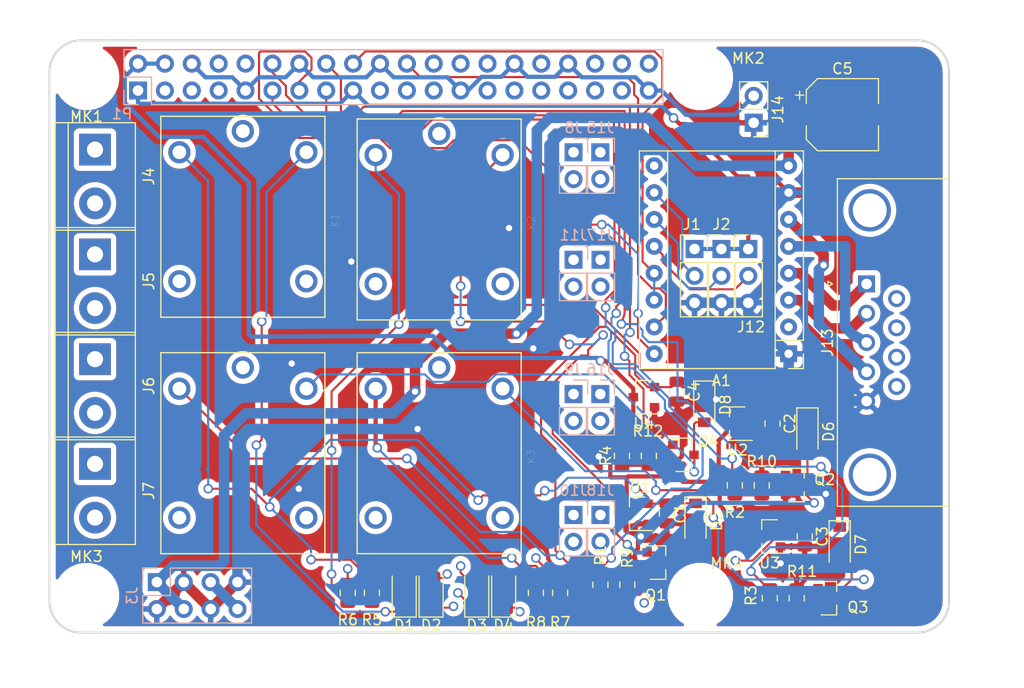
<source format=kicad_pcb>
(kicad_pcb (version 20171130) (host pcbnew "(5.1.5)-3")
  (title_block (date "15 nov 2012"))
  (layers (0 F.Cu signal) (1 In1.Cu power) (2 In2.Cu power) (31 B.Cu signal) (34 B.Paste user hide) (35 F.Paste user hide) (36 B.SilkS user hide) (37 F.SilkS user hide) (38 B.Mask user hide) (39 F.Mask user hide) (44 Edge.Cuts user))
  (net 0 "")
  (net 1 +3V3)
  (net 2 +5V)
  (net 3 GND)
  (net 4 +12V)
  (net 5 "Net-(D1-Pad1)")
  (net 6 VCC)
  (net 7 "Net-(J10-Pad2)")
  (net 8 "Net-(J11-Pad2)")
  (net 9 /rpi_gnd)
  (net 10 "Net-(A1-Pad6)")
  (net 11 "Net-(A1-Pad5)")
  (net 12 "Net-(A1-Pad12)")
  (net 13 "Net-(A1-Pad4)")
  (net 14 "Net-(A1-Pad11)")
  (net 15 "Net-(A1-Pad3)")
  (net 16 "Net-(A1-Pad10)")
  (net 17 "Net-(C1-Pad1)")
  (net 18 "Net-(C2-Pad1)")
  (net 19 "Net-(C3-Pad1)")
  (net 20 "Net-(C4-Pad1)")
  (net 21 "Net-(D2-Pad1)")
  (net 22 "Net-(D3-Pad1)")
  (net 23 "Net-(D4-Pad1)")
  (net 24 "Net-(J11-Pad1)")
  (net 25 "Net-(J10-Pad1)")
  (net 26 /GPIO27)
  (net 27 /GPIO25)
  (net 28 /GPIO24)
  (net 29 /GPIO17)
  (net 30 /GPIO18)
  (net 31 /GPIO22)
  (net 32 /GPIO23)
  (net 33 "Net-(D1-Pad2)")
  (net 34 "Net-(D2-Pad2)")
  (net 35 "Net-(D3-Pad2)")
  (net 36 "Net-(D4-Pad2)")
  (net 37 "Net-(Q1-Pad1)")
  (net 38 "Net-(Q2-Pad1)")
  (net 39 "Net-(Q3-Pad1)")
  (net 40 "Net-(Q4-Pad1)")
  (net 41 "Net-(J15-Pad2)")
  (net 42 "Net-(J15-Pad1)")
  (net 43 "Net-(J16-Pad2)")
  (net 44 "Net-(J16-Pad1)")
  (module Connector_PinHeader_2.54mm:PinHeader_1x02_P2.54mm_Vertical (layer B.Cu) (at 252.07 138.57 180)
    (fp_text reference J18 (at 0 2.33) (layer B.SilkS) (effects (justify mirror)))
    (fp_text value Conn_01x02)
    (pad 2 thru_hole oval (at 0 -2.54 180) (size 1.7 1.7) (drill 1) (layers *.Cu *.Mask) (net 7 "Net-(J10-Pad2)"))
    (pad 1 thru_hole rect (at 0 0 180) (size 1.7 1.7) (drill 1) (layers *.Cu *.Mask) (net 25 "Net-(J10-Pad1)"))
  )
  (module Connector_PinHeader_2.54mm:PinHeader_1x02_P2.54mm_Vertical (layer B.Cu) (at 252.08 114.44 180)
    (fp_text reference J17 (at 0 2.33) (layer B.SilkS) (effects (justify mirror)))
    (fp_text value Conn_01x02)
    (pad 2 thru_hole oval (at 0 -2.54 180) (size 1.7 1.7) (drill 1) (layers *.Cu *.Mask) (net 8 "Net-(J11-Pad2)"))
    (pad 1 thru_hole rect (at 0 0 180) (size 1.7 1.7) (drill 1) (layers *.Cu *.Mask) (net 24 "Net-(J11-Pad1)"))
  )
  (module Connector_PinHeader_2.54mm:PinHeader_1x02_P2.54mm_Vertical (layer B.Cu) (at 252.06 127.14 180)
    (fp_text reference J16 (at 0 2.33) (layer B.SilkS) (effects (justify mirror)))
    (fp_text value Conn_01x02)
    (pad 2 thru_hole oval (at 0 -2.54 180) (size 1.7 1.7) (drill 1) (layers *.Cu *.Mask) (net 43 "Net-(J16-Pad2)"))
    (pad 1 thru_hole rect (at 0 0 180) (size 1.7 1.7) (drill 1) (layers *.Cu *.Mask) (net 44 "Net-(J16-Pad1)"))
  )
  (module Connector_PinHeader_2.54mm:PinHeader_1x02_P2.54mm_Vertical (layer B.Cu) (at 252.06 104.28 180)
    (fp_text reference J15 (at 0 2.33) (layer B.SilkS) (effects (justify mirror)))
    (fp_text value Conn_01x02)
    (pad 2 thru_hole oval (at 0 -2.54 180) (size 1.7 1.7) (drill 1) (layers *.Cu *.Mask) (net 41 "Net-(J15-Pad2)"))
    (pad 1 thru_hole rect (at 0 0 180) (size 1.7 1.7) (drill 1) (layers *.Cu *.Mask) (net 42 "Net-(J15-Pad1)"))
  )
  (module Package_TO_SOT_SMD:SOT-23 (layer F.Cu) (at 259.91098 132.8804)
    (fp_text reference Q4 (at 2.3368 -1.25984) (layer F.SilkS))
    (fp_text value S8050)
    (pad 3 smd rect (at 1 0) (size 0.9 0.8) (layers F.Cu F.Paste F.Mask) (net 23 "Net-(D4-Pad1)"))
    (pad 2 smd rect (at -1 0.95) (size 0.9 0.8) (layers F.Cu F.Paste F.Mask) (net 3 GND))
    (pad 1 smd rect (at -1 -0.95) (size 0.9 0.8) (layers F.Cu F.Paste F.Mask) (net 40 "Net-(Q4-Pad1)"))
  )
  (module Package_TO_SOT_SMD:SOT-23 (layer F.Cu) (at 273.62952 146.44146)
    (fp_text reference Q3 (at 2.76606 0.85344) (layer F.SilkS))
    (fp_text value S8050)
    (pad 3 smd rect (at 1 0) (size 0.9 0.8) (layers F.Cu F.Paste F.Mask) (net 22 "Net-(D3-Pad1)"))
    (pad 2 smd rect (at -1 0.95) (size 0.9 0.8) (layers F.Cu F.Paste F.Mask) (net 3 GND))
    (pad 1 smd rect (at -1 -0.95) (size 0.9 0.8) (layers F.Cu F.Paste F.Mask) (net 39 "Net-(Q3-Pad1)"))
  )
  (module Package_TO_SOT_SMD:SOT-23 (layer F.Cu) (at 270.56374 135.74044)
    (fp_text reference Q2 (at 2.6924 -0.51308) (layer F.SilkS))
    (fp_text value S8050)
    (pad 3 smd rect (at 1 0) (size 0.9 0.8) (layers F.Cu F.Paste F.Mask) (net 21 "Net-(D2-Pad1)"))
    (pad 2 smd rect (at -1 0.95) (size 0.9 0.8) (layers F.Cu F.Paste F.Mask) (net 3 GND))
    (pad 1 smd rect (at -1 -0.95) (size 0.9 0.8) (layers F.Cu F.Paste F.Mask) (net 38 "Net-(Q2-Pad1)"))
  )
  (module Package_TO_SOT_SMD:SOT-23 (layer F.Cu) (at 257.48 143.07)
    (fp_text reference Q1 (at -0.1905 3.07848) (layer F.SilkS))
    (fp_text value S8050)
    (pad 3 smd rect (at 1 0) (size 0.9 0.8) (layers F.Cu F.Paste F.Mask) (net 5 "Net-(D1-Pad1)"))
    (pad 2 smd rect (at -1 0.95) (size 0.9 0.8) (layers F.Cu F.Paste F.Mask) (net 3 GND))
    (pad 1 smd rect (at -1 -0.95) (size 0.9 0.8) (layers F.Cu F.Paste F.Mask) (net 37 "Net-(Q1-Pad1)"))
  )
  (module Connector_PinHeader_2.54mm:PinHeader_1x02_P2.54mm_Vertical (layer F.Cu) (at 266.548 101.486 180)
    (fp_text reference J14 (at -2.286 1.27 90) (layer F.SilkS))
    (fp_text value Conn_01x02)
    (pad 2 thru_hole oval (at 0 2.54 180) (size 1.7 1.7) (drill 1) (layers *.Cu *.Mask) (net 9 /rpi_gnd))
    (pad 1 thru_hole rect (at 0 0 180) (size 1.7 1.7) (drill 1) (layers *.Cu *.Mask) (net 3 GND))
  )
  (module LED_SMD:LED_1206_3216Metric (layer F.Cu) (at 242.926 145.936 90)
    (fp_text reference D4 (at -3.048 0 180) (layer F.SilkS))
    (fp_text value LED)
    (pad 2 smd roundrect (at 1.4 0 90) (size 1.25 1.75) (layers F.Cu F.Paste F.Mask) (roundrect_rratio 0.2) (net 36 "Net-(D4-Pad2)"))
    (pad 1 smd roundrect (at -1.4 0 90) (size 1.25 1.75) (layers F.Cu F.Paste F.Mask) (roundrect_rratio 0.2) (net 23 "Net-(D4-Pad1)"))
  )
  (module LED_SMD:LED_1206_3216Metric (layer F.Cu) (at 240.386 145.936 90)
    (fp_text reference D3 (at -3.048 0 180) (layer F.SilkS))
    (fp_text value LED)
    (pad 2 smd roundrect (at 1.4 0 90) (size 1.25 1.75) (layers F.Cu F.Paste F.Mask) (roundrect_rratio 0.2) (net 35 "Net-(D3-Pad2)"))
    (pad 1 smd roundrect (at -1.4 0 90) (size 1.25 1.75) (layers F.Cu F.Paste F.Mask) (roundrect_rratio 0.2) (net 22 "Net-(D3-Pad1)"))
  )
  (module LED_SMD:LED_1206_3216Metric (layer F.Cu) (at 236.068 145.936 90)
    (fp_text reference D2 (at -3.048 0 180) (layer F.SilkS))
    (fp_text value LED)
    (pad 2 smd roundrect (at 1.4 0 90) (size 1.25 1.75) (layers F.Cu F.Paste F.Mask) (roundrect_rratio 0.2) (net 34 "Net-(D2-Pad2)"))
    (pad 1 smd roundrect (at -1.4 0 90) (size 1.25 1.75) (layers F.Cu F.Paste F.Mask) (roundrect_rratio 0.2) (net 21 "Net-(D2-Pad1)"))
  )
  (module LED_SMD:LED_1206_3216Metric (layer F.Cu) (at 233.528 145.936 90)
    (fp_text reference D1 (at -3.048 0 180) (layer F.SilkS))
    (fp_text value LED)
    (pad 2 smd roundrect (at 1.4 0 90) (size 1.25 1.75) (layers F.Cu F.Paste F.Mask) (roundrect_rratio 0.2) (net 33 "Net-(D1-Pad2)"))
    (pad 1 smd roundrect (at -1.4 0 90) (size 1.25 1.75) (layers F.Cu F.Paste F.Mask) (roundrect_rratio 0.2) (net 5 "Net-(D1-Pad1)"))
  )
  (module Capacitor_SMD:CP_Elec_6.3x7.7 (layer F.Cu) (at 274.93 100.724)
    (fp_text reference C5 (at 0 -4.35) (layer F.SilkS))
    (fp_text value 100uF)
    (pad 2 smd roundrect (at 2.7 0) (size 3.5 1.6) (layers F.Cu F.Paste F.Mask) (roundrect_rratio 0.15625) (net 3 GND))
    (pad 1 smd roundrect (at -2.7 0) (size 3.5 1.6) (layers F.Cu F.Paste F.Mask) (roundrect_rratio 0.15625) (net 4 +12V))
  )
  (module Connector_PinHeader_2.54mm:PinHeader_1x03_P2.54mm_Vertical (layer F.Cu) (at 266.04 113.424)
    (fp_text reference J12 (at 0.254 7.366) (layer F.SilkS))
    (fp_text value Conn_01x03)
    (pad 3 thru_hole oval (at 0 5.08) (size 1.7 1.7) (drill 1) (layers *.Cu *.Mask) (net 3 GND))
    (pad 2 thru_hole oval (at 0 2.54) (size 1.7 1.7) (drill 1) (layers *.Cu *.Mask) (net 12 "Net-(A1-Pad12)"))
    (pad 1 thru_hole rect (at 0 0) (size 1.7 1.7) (drill 1) (layers *.Cu *.Mask) (net 1 +3V3))
  )
  (module Connector_PinHeader_2.54mm:PinHeader_1x03_P2.54mm_Vertical (layer F.Cu) (at 263.5 113.424)
    (fp_text reference J2 (at 0 -2.33) (layer F.SilkS))
    (fp_text value Conn_01x03)
    (pad 3 thru_hole oval (at 0 5.08) (size 1.7 1.7) (drill 1) (layers *.Cu *.Mask) (net 3 GND))
    (pad 2 thru_hole oval (at 0 2.54) (size 1.7 1.7) (drill 1) (layers *.Cu *.Mask) (net 14 "Net-(A1-Pad11)"))
    (pad 1 thru_hole rect (at 0 0) (size 1.7 1.7) (drill 1) (layers *.Cu *.Mask) (net 1 +3V3))
  )
  (module Connector_PinHeader_2.54mm:PinHeader_1x03_P2.54mm_Vertical (layer F.Cu) (at 260.96 113.424)
    (fp_text reference J1 (at -0.254 -2.33) (layer F.SilkS))
    (fp_text value Conn_01x03)
    (pad 3 thru_hole oval (at 0 5.08) (size 1.7 1.7) (drill 1) (layers *.Cu *.Mask) (net 3 GND))
    (pad 2 thru_hole oval (at 0 2.54) (size 1.7 1.7) (drill 1) (layers *.Cu *.Mask) (net 16 "Net-(A1-Pad10)"))
    (pad 1 thru_hole rect (at 0 0) (size 1.7 1.7) (drill 1) (layers *.Cu *.Mask) (net 1 +3V3))
  )
  (module Connector_Dsub:DSUB-9_Female_Horizontal_P2.77x2.84mm_EdgePinOffset4.94mm_Housed_MountingHolesOffset7.48mm (layer F.Cu) (at 277.216 116.726 90)
    (fp_text reference J13 (at -5.54 -3.7 90) (layer F.SilkS))
    (fp_text value DB9_Female)
    (pad 0 thru_hole circle (at 6.96 0.3 90) (size 4 4) (drill 3.2) (layers *.Cu *.Mask))
    (pad 0 thru_hole circle (at -18.04 0.3 90) (size 4 4) (drill 3.2) (layers *.Cu *.Mask))
    (pad 9 thru_hole circle (at -9.695 2.84 90) (size 1.6 1.6) (drill 1) (layers *.Cu *.Mask))
    (pad 8 thru_hole circle (at -6.925 2.84 90) (size 1.6 1.6) (drill 1) (layers *.Cu *.Mask))
    (pad 7 thru_hole circle (at -4.155 2.84 90) (size 1.6 1.6) (drill 1) (layers *.Cu *.Mask))
    (pad 6 thru_hole circle (at -1.385 2.84 90) (size 1.6 1.6) (drill 1) (layers *.Cu *.Mask))
    (pad 5 thru_hole circle (at -11.08 0 90) (size 1.6 1.6) (drill 1) (layers *.Cu *.Mask) (net 3 GND))
    (pad 4 thru_hole circle (at -8.31 0 90) (size 1.6 1.6) (drill 1) (layers *.Cu *.Mask) (net 10 "Net-(A1-Pad6)"))
    (pad 3 thru_hole circle (at -5.54 0 90) (size 1.6 1.6) (drill 1) (layers *.Cu *.Mask) (net 11 "Net-(A1-Pad5)"))
    (pad 2 thru_hole circle (at -2.77 0 90) (size 1.6 1.6) (drill 1) (layers *.Cu *.Mask) (net 15 "Net-(A1-Pad3)"))
    (pad 1 thru_hole rect (at 0 0 90) (size 1.6 1.6) (drill 1) (layers *.Cu *.Mask) (net 13 "Net-(A1-Pad4)"))
  )
  (module Diode_SMD:D_SOD-123 (layer F.Cu) (at 261.88 128.156 270)
    (fp_text reference D8 (at 0 -2 90) (layer F.SilkS))
    (fp_text value 1N4148W-7-F)
    (pad 2 smd rect (at 1.65 0 270) (size 0.9 1.2) (layers F.Cu F.Paste F.Mask) (net 23 "Net-(D4-Pad1)"))
    (pad 1 smd rect (at -1.65 0 270) (size 0.9 1.2) (layers F.Cu F.Paste F.Mask) (net 20 "Net-(C4-Pad1)"))
  )
  (module Diode_SMD:D_SOD-123 (layer F.Cu) (at 274.676 141.364 270)
    (fp_text reference D7 (at 0 -2 90) (layer F.SilkS))
    (fp_text value 1N4148W-7-F)
    (pad 2 smd rect (at 1.65 0 270) (size 0.9 1.2) (layers F.Cu F.Paste F.Mask) (net 22 "Net-(D3-Pad1)"))
    (pad 1 smd rect (at -1.65 0 270) (size 0.9 1.2) (layers F.Cu F.Paste F.Mask) (net 19 "Net-(C3-Pad1)"))
  )
  (module Diode_SMD:D_SOD-123 (layer F.Cu) (at 271.628 130.696 270)
    (fp_text reference D6 (at 0 -2 90) (layer F.SilkS))
    (fp_text value 1N4148W-7-F)
    (pad 2 smd rect (at 1.65 0 270) (size 0.9 1.2) (layers F.Cu F.Paste F.Mask) (net 21 "Net-(D2-Pad1)"))
    (pad 1 smd rect (at -1.65 0 270) (size 0.9 1.2) (layers F.Cu F.Paste F.Mask) (net 18 "Net-(C2-Pad1)"))
  )
  (module Diode_SMD:D_SOD-123 (layer F.Cu) (at 261.05 139.12 270)
    (fp_text reference D5 (at 0 -2 90) (layer F.SilkS))
    (fp_text value 1N4148W-7-F)
    (pad 2 smd rect (at 1.65 0 270) (size 0.9 1.2) (layers F.Cu F.Paste F.Mask) (net 5 "Net-(D1-Pad1)"))
    (pad 1 smd rect (at -1.65 0 270) (size 0.9 1.2) (layers F.Cu F.Paste F.Mask) (net 17 "Net-(C1-Pad1)"))
  )
  (module Package_TO_SOT_SMD:SOT-23 (layer F.Cu) (at 256.18 127.43 180)
    (fp_text reference U4 (at 0 -2.5) (layer F.SilkS))
    (fp_text value XC6206P302MR-G)
    (pad 3 smd rect (at 1 0 180) (size 0.9 0.8) (layers F.Cu F.Paste F.Mask) (net 2 +5V))
    (pad 2 smd rect (at -1 0.95 180) (size 0.9 0.8) (layers F.Cu F.Paste F.Mask) (net 20 "Net-(C4-Pad1)"))
    (pad 1 smd rect (at -1 -0.95 180) (size 0.9 0.8) (layers F.Cu F.Paste F.Mask) (net 3 GND))
  )
  (module Package_TO_SOT_SMD:SOT-23 (layer F.Cu) (at 268.072 140.602 180)
    (fp_text reference U3 (at 0 -2.5) (layer F.SilkS))
    (fp_text value XC6206P302MR-G)
    (pad 3 smd rect (at 1 0 180) (size 0.9 0.8) (layers F.Cu F.Paste F.Mask) (net 2 +5V))
    (pad 2 smd rect (at -1 0.95 180) (size 0.9 0.8) (layers F.Cu F.Paste F.Mask) (net 19 "Net-(C3-Pad1)"))
    (pad 1 smd rect (at -1 -0.95 180) (size 0.9 0.8) (layers F.Cu F.Paste F.Mask) (net 3 GND))
  )
  (module Package_TO_SOT_SMD:SOT-23 (layer F.Cu) (at 265.024 129.934 180)
    (fp_text reference U2 (at 0 -2.5) (layer F.SilkS))
    (fp_text value XC6206P302MR-G)
    (pad 3 smd rect (at 1 0 180) (size 0.9 0.8) (layers F.Cu F.Paste F.Mask) (net 2 +5V))
    (pad 2 smd rect (at -1 0.95 180) (size 0.9 0.8) (layers F.Cu F.Paste F.Mask) (net 18 "Net-(C2-Pad1)"))
    (pad 1 smd rect (at -1 -0.95 180) (size 0.9 0.8) (layers F.Cu F.Paste F.Mask) (net 3 GND))
  )
  (module Package_TO_SOT_SMD:SOT-23 (layer F.Cu) (at 255.57 138.46 180)
    (fp_text reference U1 (at -0.254 2.54) (layer F.SilkS))
    (fp_text value XC6206P302MR-G)
    (pad 3 smd rect (at 1 0 180) (size 0.9 0.8) (layers F.Cu F.Paste F.Mask) (net 2 +5V))
    (pad 2 smd rect (at -1 0.95 180) (size 0.9 0.8) (layers F.Cu F.Paste F.Mask) (net 17 "Net-(C1-Pad1)"))
    (pad 1 smd rect (at -1 -0.95 180) (size 0.9 0.8) (layers F.Cu F.Paste F.Mask) (net 3 GND))
  )
  (module Resistor_SMD:R_0805_2012Metric (layer F.Cu) (at 256.642 132.982 90)
    (fp_text reference R12 (at 2.34188 -0.09144 180) (layer F.SilkS))
    (fp_text value 47k)
    (pad 2 smd roundrect (at 0.9375 0 90) (size 0.975 1.4) (layers F.Cu F.Paste F.Mask) (net 3 GND))
    (pad 1 smd roundrect (at -0.9375 0 90) (size 0.975 1.4) (layers F.Cu F.Paste F.Mask) (net 40 "Net-(Q4-Pad1)"))
  )
  (module Resistor_SMD:R_0805_2012Metric (layer F.Cu) (at 270.612 146.444 90)
    (fp_text reference R11 (at 2.54 0.508 180) (layer F.SilkS))
    (fp_text value 47k)
    (pad 2 smd roundrect (at 0.9375 0 90) (size 0.975 1.4) (layers F.Cu F.Paste F.Mask) (net 3 GND))
    (pad 1 smd roundrect (at -0.9375 0 90) (size 0.975 1.4) (layers F.Cu F.Paste F.Mask) (net 39 "Net-(Q3-Pad1)"))
  )
  (module Resistor_SMD:R_0805_2012Metric (layer F.Cu) (at 267.31 135.776 90)
    (fp_text reference R10 (at 2.286 0 180) (layer F.SilkS))
    (fp_text value 47k)
    (pad 2 smd roundrect (at 0.9375 0 90) (size 0.975 1.4) (layers F.Cu F.Paste F.Mask) (net 3 GND))
    (pad 1 smd roundrect (at -0.9375 0 90) (size 0.975 1.4) (layers F.Cu F.Paste F.Mask) (net 38 "Net-(Q2-Pad1)"))
  )
  (module Resistor_SMD:R_0805_2012Metric (layer F.Cu) (at 254.61 145.174 90)
    (fp_text reference R9 (at 2.54 0 90) (layer F.SilkS))
    (fp_text value 47k)
    (pad 2 smd roundrect (at 0.9375 0 90) (size 0.975 1.4) (layers F.Cu F.Paste F.Mask) (net 3 GND))
    (pad 1 smd roundrect (at -0.9375 0 90) (size 0.975 1.4) (layers F.Cu F.Paste F.Mask) (net 37 "Net-(Q1-Pad1)"))
  )
  (module Resistor_SMD:R_0805_2012Metric (layer F.Cu) (at 245.974 145.936 90)
    (fp_text reference R8 (at -2.794 0 180) (layer F.SilkS))
    (fp_text value 470)
    (pad 2 smd roundrect (at 0.9375 0 90) (size 0.975 1.4) (layers F.Cu F.Paste F.Mask) (net 36 "Net-(D4-Pad2)"))
    (pad 1 smd roundrect (at -0.9375 0 90) (size 0.975 1.4) (layers F.Cu F.Paste F.Mask) (net 20 "Net-(C4-Pad1)"))
  )
  (module Resistor_SMD:R_0805_2012Metric (layer F.Cu) (at 248.26 145.936 90)
    (fp_text reference R7 (at -2.794 0 180) (layer F.SilkS))
    (fp_text value 470)
    (pad 2 smd roundrect (at 0.9375 0 90) (size 0.975 1.4) (layers F.Cu F.Paste F.Mask) (net 35 "Net-(D3-Pad2)"))
    (pad 1 smd roundrect (at -0.9375 0 90) (size 0.975 1.4) (layers F.Cu F.Paste F.Mask) (net 19 "Net-(C3-Pad1)"))
  )
  (module Resistor_SMD:R_0805_2012Metric (layer F.Cu) (at 228.194 145.936 90)
    (fp_text reference R6 (at -2.54 0 180) (layer F.SilkS))
    (fp_text value 470)
    (pad 2 smd roundrect (at 0.9375 0 90) (size 0.975 1.4) (layers F.Cu F.Paste F.Mask) (net 34 "Net-(D2-Pad2)"))
    (pad 1 smd roundrect (at -0.9375 0 90) (size 0.975 1.4) (layers F.Cu F.Paste F.Mask) (net 18 "Net-(C2-Pad1)"))
  )
  (module Resistor_SMD:R_0805_2012Metric (layer F.Cu) (at 230.48 145.936 90)
    (fp_text reference R5 (at -2.54 0 180) (layer F.SilkS))
    (fp_text value 470)
    (pad 2 smd roundrect (at 0.9375 0 90) (size 0.975 1.4) (layers F.Cu F.Paste F.Mask) (net 33 "Net-(D1-Pad2)"))
    (pad 1 smd roundrect (at -0.9375 0 90) (size 0.975 1.4) (layers F.Cu F.Paste F.Mask) (net 17 "Net-(C1-Pad1)"))
  )
  (module Resistor_SMD:R_0805_2012Metric (layer F.Cu) (at 254.102 132.982 270)
    (fp_text reference R4 (at -0.01524 1.52908 270) (layer F.SilkS))
    (fp_text value 4.7k)
    (pad 2 smd roundrect (at 0.9375 0 270) (size 0.975 1.4) (layers F.Cu F.Paste F.Mask) (net 40 "Net-(Q4-Pad1)"))
    (pad 1 smd roundrect (at -0.9375 0 270) (size 0.975 1.4) (layers F.Cu F.Paste F.Mask) (net 32 /GPIO23))
  )
  (module Resistor_SMD:R_0805_2012Metric (layer F.Cu) (at 268.072 146.444 270)
    (fp_text reference R3 (at -0.254 1.778 90) (layer F.SilkS))
    (fp_text value 4.7k)
    (pad 2 smd roundrect (at 0.9375 0 270) (size 0.975 1.4) (layers F.Cu F.Paste F.Mask) (net 39 "Net-(Q3-Pad1)"))
    (pad 1 smd roundrect (at -0.9375 0 270) (size 0.975 1.4) (layers F.Cu F.Paste F.Mask) (net 31 /GPIO22))
  )
  (module Resistor_SMD:R_0805_2012Metric (layer F.Cu) (at 264.77 135.776 270)
    (fp_text reference R2 (at 2.54 0) (layer F.SilkS))
    (fp_text value 4.7k)
    (pad 2 smd roundrect (at 0.9375 0 270) (size 0.975 1.4) (layers F.Cu F.Paste F.Mask) (net 38 "Net-(Q2-Pad1)"))
    (pad 1 smd roundrect (at -0.9375 0 270) (size 0.975 1.4) (layers F.Cu F.Paste F.Mask) (net 30 /GPIO18))
  )
  (module Resistor_SMD:R_0805_2012Metric (layer F.Cu) (at 252.07 145.174 270)
    (fp_text reference R1 (at -2.794 0 90) (layer F.SilkS))
    (fp_text value 4.7k)
    (pad 2 smd roundrect (at 0.9375 0 270) (size 0.975 1.4) (layers F.Cu F.Paste F.Mask) (net 37 "Net-(Q1-Pad1)"))
    (pad 1 smd roundrect (at -0.9375 0 270) (size 0.975 1.4) (layers F.Cu F.Paste F.Mask) (net 29 /GPIO17))
  )
  (module relais:REY5-19.0X15.0X15.0MM (layer F.Cu) (at 218.288 132.728 270)
    (fp_text reference K4 (at 0.318008 -8.713464 90) (layer F.SilkS) (effects (font (size 0.701124 0.701124) (thickness 0.015))))
    (fp_text value "RELAY-HLS8L-DC3V-S-C(5P-19X15MM)")
    (pad 1 thru_hole circle (at -8.1 0 270) (size 2.1 2.1) (drill 1.3) (layers *.Cu *.Mask) (net 7 "Net-(J10-Pad2)"))
    (pad 4 thru_hole circle (at 6.1 6 270) (size 2.1 2.1) (drill 1.3) (layers *.Cu *.Mask) (net 25 "Net-(J10-Pad1)"))
    (pad 2 thru_hole circle (at -6.1 6 270) (size 2.1 2.1) (drill 1.3) (layers *.Cu *.Mask) (net 20 "Net-(C4-Pad1)"))
    (pad 5 thru_hole circle (at 6.1 -6 270) (size 2.1 2.1) (drill 1.3) (layers *.Cu *.Mask))
    (pad 3 thru_hole circle (at -6.1 -6 270) (size 2.1 2.1) (drill 1.3) (layers *.Cu *.Mask) (net 23 "Net-(D4-Pad1)"))
  )
  (module relais:REY5-19.0X15.0X15.0MM (layer F.Cu) (at 236.83 132.728 270)
    (fp_text reference K3 (at 0.318008 -8.713464 90) (layer F.SilkS) (effects (font (size 0.701124 0.701124) (thickness 0.015))))
    (fp_text value "RELAY-HLS8L-DC3V-S-C(5P-19X15MM)")
    (pad 1 thru_hole circle (at -8.1 0 270) (size 2.1 2.1) (drill 1.3) (layers *.Cu *.Mask) (net 43 "Net-(J16-Pad2)"))
    (pad 4 thru_hole circle (at 6.1 6 270) (size 2.1 2.1) (drill 1.3) (layers *.Cu *.Mask) (net 44 "Net-(J16-Pad1)"))
    (pad 2 thru_hole circle (at -6.1 6 270) (size 2.1 2.1) (drill 1.3) (layers *.Cu *.Mask) (net 19 "Net-(C3-Pad1)"))
    (pad 5 thru_hole circle (at 6.1 -6 270) (size 2.1 2.1) (drill 1.3) (layers *.Cu *.Mask))
    (pad 3 thru_hole circle (at -6.1 -6 270) (size 2.1 2.1) (drill 1.3) (layers *.Cu *.Mask) (net 22 "Net-(D3-Pad1)"))
  )
  (module relais:REY5-19.0X15.0X15.0MM (layer F.Cu) (at 236.83 110.63 270)
    (fp_text reference K2 (at 0.318008 -8.713464 90) (layer F.SilkS) (effects (font (size 0.701124 0.701124) (thickness 0.015))))
    (fp_text value "RELAY-HLS8L-DC3V-S-C(5P-19X15MM)")
    (pad 1 thru_hole circle (at -8.1 0 270) (size 2.1 2.1) (drill 1.3) (layers *.Cu *.Mask) (net 8 "Net-(J11-Pad2)"))
    (pad 4 thru_hole circle (at 6.1 6 270) (size 2.1 2.1) (drill 1.3) (layers *.Cu *.Mask) (net 24 "Net-(J11-Pad1)"))
    (pad 2 thru_hole circle (at -6.1 6 270) (size 2.1 2.1) (drill 1.3) (layers *.Cu *.Mask) (net 18 "Net-(C2-Pad1)"))
    (pad 5 thru_hole circle (at 6.1 -6 270) (size 2.1 2.1) (drill 1.3) (layers *.Cu *.Mask))
    (pad 3 thru_hole circle (at -6.1 -6 270) (size 2.1 2.1) (drill 1.3) (layers *.Cu *.Mask) (net 21 "Net-(D2-Pad1)"))
  )
  (module relais:REY5-19.0X15.0X15.0MM (layer F.Cu) (at 218.288 110.376 270)
    (fp_text reference K1 (at 0.318008 -8.713464 90) (layer F.SilkS) (effects (font (size 0.701124 0.701124) (thickness 0.015))))
    (fp_text value "RELAY-HLS8L-DC3V-S-C(5P-19X15MM)")
    (pad 1 thru_hole circle (at -8.1 0 270) (size 2.1 2.1) (drill 1.3) (layers *.Cu *.Mask) (net 41 "Net-(J15-Pad2)"))
    (pad 4 thru_hole circle (at 6.1 6 270) (size 2.1 2.1) (drill 1.3) (layers *.Cu *.Mask) (net 42 "Net-(J15-Pad1)"))
    (pad 2 thru_hole circle (at -6.1 6 270) (size 2.1 2.1) (drill 1.3) (layers *.Cu *.Mask) (net 17 "Net-(C1-Pad1)"))
    (pad 5 thru_hole circle (at 6.1 -6 270) (size 2.1 2.1) (drill 1.3) (layers *.Cu *.Mask))
    (pad 3 thru_hole circle (at -6.1 -6 270) (size 2.1 2.1) (drill 1.3) (layers *.Cu *.Mask) (net 5 "Net-(D1-Pad1)"))
  )
  (module TerminalBlock:TerminalBlock_bornier-2_P5.08mm (layer F.Cu) (at 204.318 133.744 270)
    (fp_text reference J7 (at 2.54 -5.08 90) (layer F.SilkS))
    (fp_text value Screw_Terminal_01x02)
    (pad 2 thru_hole circle (at 5.08 0 270) (size 3 3) (drill 1.52) (layers *.Cu *.Mask) (net 7 "Net-(J10-Pad2)"))
    (pad 1 thru_hole rect (at 0 0 270) (size 3 3) (drill 1.52) (layers *.Cu *.Mask) (net 25 "Net-(J10-Pad1)"))
  )
  (module TerminalBlock:TerminalBlock_bornier-2_P5.08mm (layer F.Cu) (at 204.318 123.838 270)
    (fp_text reference J6 (at 2.54 -5.08 90) (layer F.SilkS))
    (fp_text value Screw_Terminal_01x02)
    (pad 2 thru_hole circle (at 5.08 0 270) (size 3 3) (drill 1.52) (layers *.Cu *.Mask) (net 43 "Net-(J16-Pad2)"))
    (pad 1 thru_hole rect (at 0 0 270) (size 3 3) (drill 1.52) (layers *.Cu *.Mask) (net 44 "Net-(J16-Pad1)"))
  )
  (module TerminalBlock:TerminalBlock_bornier-2_P5.08mm (layer F.Cu) (at 204.318 113.932 270)
    (fp_text reference J5 (at 2.54 -5.08 90) (layer F.SilkS))
    (fp_text value Screw_Terminal_01x02)
    (pad 2 thru_hole circle (at 5.08 0 270) (size 3 3) (drill 1.52) (layers *.Cu *.Mask) (net 8 "Net-(J11-Pad2)"))
    (pad 1 thru_hole rect (at 0 0 270) (size 3 3) (drill 1.52) (layers *.Cu *.Mask) (net 24 "Net-(J11-Pad1)"))
  )
  (module TerminalBlock:TerminalBlock_bornier-2_P5.08mm (layer F.Cu) (at 204.318 104.026 270)
    (fp_text reference J4 (at 2.54 -5.08 90) (layer F.SilkS))
    (fp_text value Screw_Terminal_01x02)
    (pad 2 thru_hole circle (at 5.08 0 270) (size 3 3) (drill 1.52) (layers *.Cu *.Mask) (net 41 "Net-(J15-Pad2)"))
    (pad 1 thru_hole rect (at 0 0 270) (size 3 3) (drill 1.52) (layers *.Cu *.Mask) (net 42 "Net-(J15-Pad1)"))
  )
  (module Capacitor_SMD:C_0805_2012Metric (layer F.Cu) (at 259.29 126.91 270)
    (fp_text reference C4 (at 0 -1.65 90) (layer F.SilkS))
    (fp_text value 1uF)
    (pad 2 smd roundrect (at 0.9375 0 270) (size 0.975 1.4) (layers F.Cu F.Paste F.Mask) (net 3 GND))
    (pad 1 smd roundrect (at -0.9375 0 270) (size 0.975 1.4) (layers F.Cu F.Paste F.Mask) (net 20 "Net-(C4-Pad1)"))
  )
  (module Capacitor_SMD:C_0805_2012Metric (layer F.Cu) (at 271.374 140.602 270)
    (fp_text reference C3 (at 0 -1.65 90) (layer F.SilkS))
    (fp_text value 1uF)
    (pad 2 smd roundrect (at 0.9375 0 270) (size 0.975 1.4) (layers F.Cu F.Paste F.Mask) (net 3 GND))
    (pad 1 smd roundrect (at -0.9375 0 270) (size 0.975 1.4) (layers F.Cu F.Paste F.Mask) (net 19 "Net-(C3-Pad1)"))
  )
  (module Capacitor_SMD:C_0805_2012Metric (layer F.Cu) (at 268.326 129.934 270)
    (fp_text reference C2 (at 0 -1.65 90) (layer F.SilkS))
    (fp_text value 1uF)
    (pad 2 smd roundrect (at 0.9375 0 270) (size 0.975 1.4) (layers F.Cu F.Paste F.Mask) (net 3 GND))
    (pad 1 smd roundrect (at -0.9375 0 270) (size 0.975 1.4) (layers F.Cu F.Paste F.Mask) (net 18 "Net-(C2-Pad1)"))
  )
  (module Capacitor_SMD:C_0805_2012Metric (layer F.Cu) (at 258.35 138.43 270)
    (fp_text reference C1 (at 0 -1.27 90) (layer F.SilkS))
    (fp_text value 1uF)
    (pad 2 smd roundrect (at 0.9375 0 270) (size 0.975 1.4) (layers F.Cu F.Paste F.Mask) (net 3 GND))
    (pad 1 smd roundrect (at -0.9375 0 270) (size 0.975 1.4) (layers F.Cu F.Paste F.Mask) (net 17 "Net-(C1-Pad1)"))
  )
  (module Module:Pololu_Breakout-16_15.2x20.3mm (layer F.Cu) (at 269.85 123.33 180)
    (fp_text reference A1 (at 6.35 -2.54) (layer F.SilkS))
    (fp_text value Pololu_Breakout_DRV8825)
    (pad 16 thru_hole oval (at 12.7 0 180) (size 1.6 1.6) (drill 0.8) (layers *.Cu *.Mask) (net 26 /GPIO27))
    (pad 8 thru_hole oval (at 0 17.78 180) (size 1.6 1.6) (drill 0.8) (layers *.Cu *.Mask) (net 4 +12V))
    (pad 15 thru_hole oval (at 12.7 2.54 180) (size 1.6 1.6) (drill 0.8) (layers *.Cu *.Mask) (net 27 /GPIO25))
    (pad 7 thru_hole oval (at 0 15.24 180) (size 1.6 1.6) (drill 0.8) (layers *.Cu *.Mask) (net 3 GND))
    (pad 14 thru_hole oval (at 12.7 5.08 180) (size 1.6 1.6) (drill 0.8) (layers *.Cu *.Mask) (net 28 /GPIO24))
    (pad 6 thru_hole oval (at 0 12.7 180) (size 1.6 1.6) (drill 0.8) (layers *.Cu *.Mask) (net 10 "Net-(A1-Pad6)"))
    (pad 13 thru_hole oval (at 12.7 7.62 180) (size 1.6 1.6) (drill 0.8) (layers *.Cu *.Mask) (net 28 /GPIO24))
    (pad 5 thru_hole oval (at 0 10.16 180) (size 1.6 1.6) (drill 0.8) (layers *.Cu *.Mask) (net 11 "Net-(A1-Pad5)"))
    (pad 12 thru_hole oval (at 12.7 10.16 180) (size 1.6 1.6) (drill 0.8) (layers *.Cu *.Mask) (net 12 "Net-(A1-Pad12)"))
    (pad 4 thru_hole oval (at 0 7.62 180) (size 1.6 1.6) (drill 0.8) (layers *.Cu *.Mask) (net 13 "Net-(A1-Pad4)"))
    (pad 11 thru_hole oval (at 12.7 12.7 180) (size 1.6 1.6) (drill 0.8) (layers *.Cu *.Mask) (net 14 "Net-(A1-Pad11)"))
    (pad 3 thru_hole oval (at 0 5.08 180) (size 1.6 1.6) (drill 0.8) (layers *.Cu *.Mask) (net 15 "Net-(A1-Pad3)"))
    (pad 10 thru_hole oval (at 12.7 15.24 180) (size 1.6 1.6) (drill 0.8) (layers *.Cu *.Mask) (net 16 "Net-(A1-Pad10)"))
    (pad 2 thru_hole oval (at 0 2.54 180) (size 1.6 1.6) (drill 0.8) (layers *.Cu *.Mask))
    (pad 9 thru_hole oval (at 12.7 17.78 180) (size 1.6 1.6) (drill 0.8) (layers *.Cu *.Mask))
    (pad 1 thru_hole rect (at 0 0 180) (size 1.6 1.6) (drill 0.8) (layers *.Cu *.Mask) (net 3 GND))
  )
  (module Connector_PinSocket_2.54mm:PinSocket_2x20_P2.54mm_Vertical (layer B.Cu) (at 208.382 98.438 270)
    (fp_text reference P1 (at 2.208 1.512) (layer B.SilkS) (effects (justify mirror)))
    (fp_text value Conn_02x20_Odd_Even)
    (pad 1 thru_hole rect (at 0 0 270) (size 1.7 1.7) (drill 1) (layers *.Cu *.Mask) (net 1 +3V3))
    (pad 2 thru_hole oval (at -2.54 0 270) (size 1.7 1.7) (drill 1) (layers *.Cu *.Mask) (net 2 +5V))
    (pad 3 thru_hole oval (at 0 -2.54 270) (size 1.7 1.7) (drill 1) (layers *.Cu *.Mask))
    (pad 4 thru_hole oval (at -2.54 -2.54 270) (size 1.7 1.7) (drill 1) (layers *.Cu *.Mask) (net 2 +5V))
    (pad 5 thru_hole oval (at 0 -5.08 270) (size 1.7 1.7) (drill 1) (layers *.Cu *.Mask))
    (pad 6 thru_hole oval (at -2.54 -5.08 270) (size 1.7 1.7) (drill 1) (layers *.Cu *.Mask) (net 9 /rpi_gnd))
    (pad 7 thru_hole oval (at 0 -7.62 270) (size 1.7 1.7) (drill 1) (layers *.Cu *.Mask))
    (pad 8 thru_hole oval (at -2.54 -7.62 270) (size 1.7 1.7) (drill 1) (layers *.Cu *.Mask))
    (pad 9 thru_hole oval (at 0 -10.16 270) (size 1.7 1.7) (drill 1) (layers *.Cu *.Mask) (net 9 /rpi_gnd))
    (pad 10 thru_hole oval (at -2.54 -10.16 270) (size 1.7 1.7) (drill 1) (layers *.Cu *.Mask))
    (pad 11 thru_hole oval (at 0 -12.7 270) (size 1.7 1.7) (drill 1) (layers *.Cu *.Mask) (net 29 /GPIO17))
    (pad 12 thru_hole oval (at -2.54 -12.7 270) (size 1.7 1.7) (drill 1) (layers *.Cu *.Mask) (net 30 /GPIO18))
    (pad 13 thru_hole oval (at 0 -15.24 270) (size 1.7 1.7) (drill 1) (layers *.Cu *.Mask) (net 26 /GPIO27))
    (pad 14 thru_hole oval (at -2.54 -15.24 270) (size 1.7 1.7) (drill 1) (layers *.Cu *.Mask) (net 9 /rpi_gnd))
    (pad 15 thru_hole oval (at 0 -17.78 270) (size 1.7 1.7) (drill 1) (layers *.Cu *.Mask) (net 31 /GPIO22))
    (pad 16 thru_hole oval (at -2.54 -17.78 270) (size 1.7 1.7) (drill 1) (layers *.Cu *.Mask) (net 32 /GPIO23))
    (pad 17 thru_hole oval (at 0 -20.32 270) (size 1.7 1.7) (drill 1) (layers *.Cu *.Mask) (net 1 +3V3))
    (pad 18 thru_hole oval (at -2.54 -20.32 270) (size 1.7 1.7) (drill 1) (layers *.Cu *.Mask) (net 28 /GPIO24))
    (pad 19 thru_hole oval (at 0 -22.86 270) (size 1.7 1.7) (drill 1) (layers *.Cu *.Mask))
    (pad 20 thru_hole oval (at -2.54 -22.86 270) (size 1.7 1.7) (drill 1) (layers *.Cu *.Mask) (net 9 /rpi_gnd))
    (pad 21 thru_hole oval (at 0 -25.4 270) (size 1.7 1.7) (drill 1) (layers *.Cu *.Mask))
    (pad 22 thru_hole oval (at -2.54 -25.4 270) (size 1.7 1.7) (drill 1) (layers *.Cu *.Mask) (net 27 /GPIO25))
    (pad 23 thru_hole oval (at 0 -27.94 270) (size 1.7 1.7) (drill 1) (layers *.Cu *.Mask))
    (pad 24 thru_hole oval (at -2.54 -27.94 270) (size 1.7 1.7) (drill 1) (layers *.Cu *.Mask))
    (pad 25 thru_hole oval (at 0 -30.48 270) (size 1.7 1.7) (drill 1) (layers *.Cu *.Mask) (net 9 /rpi_gnd))
    (pad 26 thru_hole oval (at -2.54 -30.48 270) (size 1.7 1.7) (drill 1) (layers *.Cu *.Mask))
    (pad 27 thru_hole oval (at 0 -33.02 270) (size 1.7 1.7) (drill 1) (layers *.Cu *.Mask))
    (pad 28 thru_hole oval (at -2.54 -33.02 270) (size 1.7 1.7) (drill 1) (layers *.Cu *.Mask))
    (pad 29 thru_hole oval (at 0 -35.56 270) (size 1.7 1.7) (drill 1) (layers *.Cu *.Mask))
    (pad 30 thru_hole oval (at -2.54 -35.56 270) (size 1.7 1.7) (drill 1) (layers *.Cu *.Mask) (net 9 /rpi_gnd))
    (pad 31 thru_hole oval (at 0 -38.1 270) (size 1.7 1.7) (drill 1) (layers *.Cu *.Mask))
    (pad 32 thru_hole oval (at -2.54 -38.1 270) (size 1.7 1.7) (drill 1) (layers *.Cu *.Mask))
    (pad 33 thru_hole oval (at 0 -40.64 270) (size 1.7 1.7) (drill 1) (layers *.Cu *.Mask))
    (pad 34 thru_hole oval (at -2.54 -40.64 270) (size 1.7 1.7) (drill 1) (layers *.Cu *.Mask) (net 9 /rpi_gnd))
    (pad 35 thru_hole oval (at 0 -43.18 270) (size 1.7 1.7) (drill 1) (layers *.Cu *.Mask))
    (pad 36 thru_hole oval (at -2.54 -43.18 270) (size 1.7 1.7) (drill 1) (layers *.Cu *.Mask))
    (pad 37 thru_hole oval (at 0 -45.72 270) (size 1.7 1.7) (drill 1) (layers *.Cu *.Mask))
    (pad 38 thru_hole oval (at -2.54 -45.72 270) (size 1.7 1.7) (drill 1) (layers *.Cu *.Mask))
    (pad 39 thru_hole oval (at 0 -48.26 270) (size 1.7 1.7) (drill 1) (layers *.Cu *.Mask) (net 9 /rpi_gnd))
    (pad 40 thru_hole oval (at -2.54 -48.26 270) (size 1.7 1.7) (drill 1) (layers *.Cu *.Mask))
  )
  (module Connector_PinHeader_2.54mm:PinHeader_1x02_P2.54mm_Vertical (layer B.Cu) (at 249.53 114.44 180)
    (fp_text reference J11 (at 0 2.33) (layer B.SilkS) (effects (justify mirror)))
    (fp_text value Conn_01x02)
    (pad 2 thru_hole oval (at 0 -2.54 180) (size 1.7 1.7) (drill 1) (layers *.Cu *.Mask) (net 8 "Net-(J11-Pad2)"))
    (pad 1 thru_hole rect (at 0 0 180) (size 1.7 1.7) (drill 1) (layers *.Cu *.Mask) (net 24 "Net-(J11-Pad1)"))
  )
  (module Connector_PinHeader_2.54mm:PinHeader_1x02_P2.54mm_Vertical (layer B.Cu) (at 249.53 138.57 180)
    (fp_text reference J10 (at 0 2.33) (layer B.SilkS) (effects (justify mirror)))
    (fp_text value Conn_01x02)
    (pad 2 thru_hole oval (at 0 -2.54 180) (size 1.7 1.7) (drill 1) (layers *.Cu *.Mask) (net 7 "Net-(J10-Pad2)"))
    (pad 1 thru_hole rect (at 0 0 180) (size 1.7 1.7) (drill 1) (layers *.Cu *.Mask) (net 25 "Net-(J10-Pad1)"))
  )
  (module Connector_PinHeader_2.54mm:PinHeader_1x02_P2.54mm_Vertical (layer B.Cu) (at 249.53 127.14 180)
    (fp_text reference J9 (at 0 2.33) (layer B.SilkS) (effects (justify mirror)))
    (fp_text value Conn_01x02)
    (pad 2 thru_hole oval (at 0 -2.54 180) (size 1.7 1.7) (drill 1) (layers *.Cu *.Mask) (net 43 "Net-(J16-Pad2)"))
    (pad 1 thru_hole rect (at 0 0 180) (size 1.7 1.7) (drill 1) (layers *.Cu *.Mask) (net 44 "Net-(J16-Pad1)"))
  )
  (module Connector_PinHeader_2.54mm:PinHeader_1x02_P2.54mm_Vertical (layer B.Cu) (at 249.53 104.28 180)
    (fp_text reference J8 (at 0 2.33) (layer B.SilkS) (effects (justify mirror)))
    (fp_text value Conn_01x02)
    (pad 2 thru_hole oval (at 0 -2.54 180) (size 1.7 1.7) (drill 1) (layers *.Cu *.Mask) (net 41 "Net-(J15-Pad2)"))
    (pad 1 thru_hole rect (at 0 0 180) (size 1.7 1.7) (drill 1) (layers *.Cu *.Mask) (net 42 "Net-(J15-Pad1)"))
  )
  (module Connector_PinHeader_2.54mm:PinHeader_2x04_P2.54mm_Vertical (layer B.Cu) (at 210.16 144.92 270)
    (fp_text reference J3 (at 1.27 2.33 270) (layer B.SilkS) (effects (justify mirror)))
    (fp_text value Conn_02x04_Odd_Even)
    (pad 8 thru_hole oval (at 2.54 -7.62 270) (size 1.7 1.7) (drill 1) (layers *.Cu *.Mask) (net 6 VCC))
    (pad 7 thru_hole oval (at 0 -7.62 270) (size 1.7 1.7) (drill 1) (layers *.Cu *.Mask) (net 3 GND))
    (pad 6 thru_hole oval (at 2.54 -5.08 270) (size 1.7 1.7) (drill 1) (layers *.Cu *.Mask) (net 3 GND))
    (pad 5 thru_hole oval (at 0 -5.08 270) (size 1.7 1.7) (drill 1) (layers *.Cu *.Mask) (net 6 VCC))
    (pad 4 thru_hole oval (at 2.54 -2.54 270) (size 1.7 1.7) (drill 1) (layers *.Cu *.Mask) (net 4 +12V))
    (pad 3 thru_hole oval (at 0 -2.54 270) (size 1.7 1.7) (drill 1) (layers *.Cu *.Mask) (net 3 GND))
    (pad 2 thru_hole oval (at 2.54 0 270) (size 1.7 1.7) (drill 1) (layers *.Cu *.Mask) (net 3 GND))
    (pad 1 thru_hole rect (at 0 0 270) (size 1.7 1.7) (drill 1) (layers *.Cu *.Mask) (net 4 +12V))
  )
  (module MountingHole:MountingHole_2.7mm_M2.5 (layer F.Cu) (at 261.51 146.19)
    (fp_text reference MK4 (at 2.498 -3.048) (layer F.SilkS))
    (fp_text value M2.5)
    (pad "" np_thru_hole circle (at 0 0) (size 3.2 3.2) (drill 3.2) (layers *.Cu *.Mask) (clearance 1.5))
  )
  (module MountingHole:MountingHole_2.7mm_M2.5 (layer F.Cu) (at 203.51 146.2)
    (fp_text reference MK3 (at 0 -3.7) (layer F.SilkS))
    (fp_text value M2.5)
    (pad "" np_thru_hole circle (at 0 0) (size 3.2 3.2) (drill 3.2) (layers *.Cu *.Mask) (clearance 1.5))
  )
  (module MountingHole:MountingHole_2.7mm_M2.5 (layer F.Cu) (at 261.51 97.2 180)
    (fp_text reference MK2 (at -4.53 1.81 180) (layer F.SilkS))
    (fp_text value M2.5)
    (pad "" np_thru_hole circle (at 0 0 180) (size 3.2 3.2) (drill 3.2) (layers *.Cu *.Mask) (clearance 1.5))
  )
  (module MountingHole:MountingHole_2.7mm_M2.5 (layer F.Cu) (at 203.51 97.2 180)
    (fp_text reference MK1 (at 0 -3.7 180) (layer F.SilkS))
    (fp_text value M2.5)
    (pad "" np_thru_hole circle (at 0 0 180) (size 3.2 3.2) (drill 3.2) (layers *.Cu *.Mask) (clearance 1.5))
  )
  (gr_line (start 200.0101 96.6915) (end 200.0101 146.6915) (layer Edge.Cuts) (width 0.2))
  (gr_arc (start 282.010102 146.691503) (end 282.0101 149.6915) (angle -90.00008561) (layer Edge.Cuts) (width 0.2))
  (gr_arc (start 282.010102 96.691498) (end 285.0101 96.6915) (angle -90.00008561) (layer Edge.Cuts) (width 0.2))
  (gr_line (start 285.0101 146.6915) (end 285.0101 96.6915) (layer Edge.Cuts) (width 0.2))
  (gr_arc (start 203.010097 146.691503) (end 200.0101 146.6915) (angle -90.00008561) (layer Edge.Cuts) (width 0.2))
  (gr_line (start 282.0101 93.6915) (end 203.0101 93.6915) (layer Edge.Cuts) (width 0.2))
  (gr_arc (start 203.010097 96.691498) (end 203.0101 93.6915) (angle -90.00008561) (layer Edge.Cuts) (width 0.2))
  (gr_line (start 203.0101 149.6915) (end 282.0101 149.6915) (layer Edge.Cuts) (width 0.2))
  (segment (start 227.451999 99.688001) (end 228.702 98.438) (width 0.4) (layer B.Cu) (net 1))
  (segment (start 208.382001 99.688001) (end 227.451999 99.688001) (width 0.4) (layer B.Cu) (net 1))
  (segment (start 208.382 98.438) (end 208.382001 99.688001) (width 0.4) (layer B.Cu) (net 1))
  (segment (start 260.96 113.424) (end 266.04 113.424) (width 0.4) (layer B.Cu) (net 1))
  (segment (start 266.04 106.566) (end 266.04 113.424) (width 0.4) (layer F.Cu) (net 1))
  (segment (start 230.143989 99.879989) (end 257.829989 99.879989) (width 0.4) (layer B.Cu) (net 1))
  (segment (start 265.024 106.566) (end 266.04 106.566) (width 0.4) (layer F.Cu) (net 1))
  (segment (start 228.702 98.438) (end 230.143989 99.879989) (width 0.4) (layer B.Cu) (net 1))
  (segment (start 259.55199 101.60199) (end 260.05999 101.60199) (width 0.4) (layer F.Cu) (net 1))
  (segment (start 257.829989 99.879989) (end 258.98 101.03) (width 0.4) (layer B.Cu) (net 1))
  (segment (start 260.05999 101.60199) (end 265.024 106.566) (width 0.4) (layer F.Cu) (net 1))
  (segment (start 258.98 101.03) (end 259.55199 101.60199) (width 0.4) (layer F.Cu) (net 1))
  (via (at 258.98 101.03) (size 0.9) (drill 0.6) (layers F.Cu B.Cu) (net 1))
  (segment (start 208.382 95.898) (end 210.922 95.898) (width 0.4) (layer B.Cu) (net 2))
  (segment (start 264.024 130.534) (end 263.754 130.804) (width 0.2) (layer F.Cu) (net 2))
  (segment (start 264.024 129.934) (end 264.024 130.534) (width 0.2) (layer F.Cu) (net 2))
  (segment (start 254.753998 135.03) (end 254.769998 135.014) (width 0.2) (layer F.Cu) (net 2))
  (segment (start 253.102 135.03) (end 254.753998 135.03) (width 0.2) (layer F.Cu) (net 2))
  (segment (start 253.086 135.014) (end 253.102 135.03) (width 0.2) (layer F.Cu) (net 2))
  (segment (start 253.00199 134.92999) (end 253.086 135.014) (width 0.4) (layer F.Cu) (net 2))
  (segment (start 263.66999 138.04999) (end 266.222 140.602) (width 0.4) (layer F.Cu) (net 2))
  (segment (start 266.222 140.602) (end 267.072 140.602) (width 0.4) (layer F.Cu) (net 2))
  (segment (start 263.66999 138.04999) (end 263.66999 137.97799) (width 0.4) (layer F.Cu) (net 2))
  (segment (start 263.33801 137.64601) (end 263.33801 135.61401) (width 0.4) (layer F.Cu) (net 2))
  (segment (start 263.33801 135.61401) (end 263.246 135.522) (width 0.4) (layer F.Cu) (net 2))
  (segment (start 263.66999 137.97799) (end 263.33801 137.64601) (width 0.4) (layer F.Cu) (net 2))
  (segment (start 264.024 130.734) (end 264.024 129.934) (width 0.4) (layer F.Cu) (net 2))
  (segment (start 263.246 131.512) (end 264.024 130.734) (width 0.4) (layer F.Cu) (net 2))
  (segment (start 263.246 135.522) (end 263.246 135.268) (width 0.4) (layer F.Cu) (net 2))
  (segment (start 263.246 135.268) (end 263.246 131.512) (width 0.4) (layer F.Cu) (net 2))
  (segment (start 251.803594 123.72201) (end 252.07 123.988416) (width 0.4) (layer B.Cu) (net 2))
  (segment (start 252.07 123.988416) (end 252.07 123.988416) (width 0.4) (layer B.Cu) (net 2))
  (segment (start 236.233999 121.640001) (end 238.316008 123.72201) (width 0.4) (layer B.Cu) (net 2))
  (segment (start 238.316008 123.72201) (end 251.803594 123.72201) (width 0.4) (layer B.Cu) (net 2))
  (segment (start 260.717998 135.522) (end 260.625988 135.42999) (width 0.2) (layer F.Cu) (net 2))
  (segment (start 263.08401 135.42999) (end 263.246 135.268) (width 0.4) (layer F.Cu) (net 2))
  (segment (start 260.625988 135.42999) (end 263.08401 135.42999) (width 0.4) (layer F.Cu) (net 2))
  (segment (start 260.198 135.42999) (end 260.625988 135.42999) (width 0.4) (layer F.Cu) (net 2))
  (segment (start 254.621998 135.014) (end 254.709999 134.925999) (width 0.4) (layer F.Cu) (net 2))
  (segment (start 253.086 135.014) (end 254.621998 135.014) (width 0.4) (layer F.Cu) (net 2))
  (segment (start 259.347999 134.925999) (end 259.85199 135.42999) (width 0.4) (layer F.Cu) (net 2))
  (segment (start 254.709999 134.925999) (end 259.347999 134.925999) (width 0.4) (layer F.Cu) (net 2))
  (segment (start 259.85199 135.42999) (end 260.198 135.42999) (width 0.4) (layer F.Cu) (net 2))
  (via (at 252.07 123.988416) (size 0.9) (drill 0.6) (layers F.Cu B.Cu) (net 2))
  (segment (start 252.538416 123.988416) (end 252.07 123.988416) (width 0.4) (layer F.Cu) (net 2))
  (segment (start 255.18 126.63) (end 252.538416 123.988416) (width 0.4) (layer F.Cu) (net 2))
  (segment (start 255.18 127.43) (end 255.18 126.63) (width 0.4) (layer F.Cu) (net 2))
  (segment (start 236.156001 121.640001) (end 219.08 121.71) (width 0.4) (layer B.Cu) (net 2))
  (segment (start 219.08 121.71) (end 218.854001 121.484001) (width 0.4) (layer B.Cu) (net 2))
  (segment (start 208.382 95.898) (end 207.131999 97.148001) (width 0.4) (layer B.Cu) (net 2))
  (segment (start 207.131999 99.608001) (end 210.349997 102.825999) (width 0.4) (layer B.Cu) (net 2))
  (segment (start 207.131999 97.148001) (end 207.131999 99.608001) (width 0.4) (layer B.Cu) (net 2))
  (segment (start 210.349997 102.825999) (end 214.547999 102.825999) (width 0.4) (layer B.Cu) (net 2))
  (segment (start 214.547999 102.825999) (end 218.854001 107.132001) (width 0.4) (layer B.Cu) (net 2))
  (segment (start 218.854001 107.132001) (end 218.854001 108.925999) (width 0.4) (layer B.Cu) (net 2))
  (segment (start 218.854001 121.484001) (end 218.84 108.94) (width 0.4) (layer B.Cu) (net 2))
  (segment (start 218.854001 108.925999) (end 218.84 108.94) (width 0.4) (layer B.Cu) (net 2))
  (segment (start 218.84 108.94) (end 218.854001 108.031999) (width 0.4) (layer B.Cu) (net 2))
  (segment (start 254.549999 137.639999) (end 254.549999 135.085999) (width 0.4) (layer F.Cu) (net 2))
  (segment (start 254.57 137.66) (end 254.549999 137.639999) (width 0.4) (layer F.Cu) (net 2))
  (segment (start 254.549999 135.085999) (end 254.709999 134.925999) (width 0.4) (layer F.Cu) (net 2))
  (segment (start 254.57 138.46) (end 254.57 137.66) (width 0.4) (layer F.Cu) (net 2))
  (segment (start 255.18 128.23) (end 255.18 127.43) (width 0.4) (layer F.Cu) (net 2))
  (segment (start 255.18 129.356084) (end 255.18 128.23) (width 0.4) (layer F.Cu) (net 2))
  (segment (start 253.00199 131.534094) (end 255.18 129.356084) (width 0.4) (layer F.Cu) (net 2))
  (segment (start 253.00199 134.92999) (end 253.00199 131.534094) (width 0.4) (layer F.Cu) (net 2))
  (via (at 262.992 127.648) (size 0.9) (drill 0.6) (layers F.Cu B.Cu) (net 3))
  (via (at 269.088 143.142) (size 0.9) (drill 0.6) (layers F.Cu B.Cu) (net 3))
  (via (at 255.88 140.602) (size 0.9) (drill 0.6) (layers F.Cu B.Cu) (net 3))
  (segment (start 215.24 147.46) (end 217.78 144.92) (width 1) (layer F.Cu) (net 3))
  (segment (start 211.850001 145.769999) (end 212.7 144.92) (width 1) (layer F.Cu) (net 3))
  (segment (start 211.850001 146.015997) (end 211.850001 145.769999) (width 1) (layer F.Cu) (net 3))
  (segment (start 211.255997 146.610001) (end 211.850001 146.015997) (width 1) (layer F.Cu) (net 3))
  (segment (start 211.009999 146.610001) (end 211.255997 146.610001) (width 1) (layer F.Cu) (net 3))
  (segment (start 210.16 147.46) (end 211.009999 146.610001) (width 1) (layer F.Cu) (net 3))
  (segment (start 212.7 144.92) (end 215.24 147.46) (width 1) (layer F.Cu) (net 3))
  (segment (start 268.3135 130.884) (end 268.326 130.8715) (width 0.4) (layer F.Cu) (net 3))
  (segment (start 266.024 130.884) (end 268.3135 130.884) (width 0.4) (layer F.Cu) (net 3))
  (segment (start 267.31 131.8875) (end 268.326 130.8715) (width 0.4) (layer F.Cu) (net 3))
  (segment (start 271.374 144.7445) (end 270.612 145.5065) (width 0.4) (layer F.Cu) (net 3))
  (segment (start 271.3615 141.552) (end 271.374 141.5395) (width 0.4) (layer F.Cu) (net 3))
  (segment (start 269.072 141.552) (end 271.3615 141.552) (width 0.4) (layer F.Cu) (net 3))
  (segment (start 254.61 144.2365) (end 254.6135 144.2365) (width 0.4) (layer F.Cu) (net 3))
  (segment (start 260.96 118.504) (end 266.04 118.504) (width 1) (layer B.Cu) (net 3))
  (segment (start 266.04 119.52) (end 266.04 118.504) (width 1) (layer B.Cu) (net 3))
  (segment (start 269.85 123.33) (end 266.04 119.52) (width 1) (layer B.Cu) (net 3))
  (segment (start 269.050001 108.889999) (end 269.85 108.09) (width 1) (layer B.Cu) (net 3))
  (segment (start 268.349999 109.590001) (end 269.050001 108.889999) (width 1) (layer B.Cu) (net 3))
  (segment (start 268.349999 116.194001) (end 268.349999 109.590001) (width 1) (layer B.Cu) (net 3))
  (segment (start 266.04 118.504) (end 268.349999 116.194001) (width 1) (layer B.Cu) (net 3))
  (segment (start 268.65 123.33) (end 269.85 123.33) (width 0.4) (layer B.Cu) (net 3))
  (segment (start 265.278 126.702) (end 268.65 123.33) (width 0.4) (layer B.Cu) (net 3))
  (segment (start 269.85 125.13) (end 269.85 123.33) (width 1) (layer B.Cu) (net 3))
  (segment (start 272.526 127.806) (end 269.85 125.13) (width 1) (layer B.Cu) (net 3))
  (segment (start 269.85 108.09) (end 272.39 108.09) (width 1) (layer F.Cu) (net 3))
  (segment (start 277.63 102.85) (end 277.63 100.724) (width 1) (layer F.Cu) (net 3))
  (segment (start 272.39 108.09) (end 277.63 102.85) (width 1) (layer F.Cu) (net 3))
  (segment (start 217.78 144.92) (end 217.78 132.982) (width 1) (layer B.Cu) (net 3))
  (segment (start 217.78 132.982) (end 217.78 131.458) (width 1) (layer B.Cu) (net 3))
  (segment (start 217.78 131.458) (end 218.796 130.442) (width 1) (layer B.Cu) (net 3))
  (segment (start 218.796 130.442) (end 234.798 130.442) (width 1) (layer B.Cu) (net 3))
  (segment (start 234.798 130.442) (end 234.798 130.442) (width 1) (layer B.Cu) (net 3))
  (via (at 234.798 130.442) (size 0.9) (drill 0.6) (layers F.Cu B.Cu) (net 3))
  (segment (start 234.798 130.442) (end 242.418 122.822) (width 1) (layer F.Cu) (net 3))
  (segment (start 242.418 122.822) (end 245.72 122.822) (width 1) (layer F.Cu) (net 3))
  (segment (start 245.72 122.822) (end 245.72 122.822) (width 1) (layer F.Cu) (net 3))
  (via (at 245.72 122.822) (size 0.9) (drill 0.6) (layers F.Cu B.Cu) (net 3))
  (segment (start 264.332 127.648) (end 265.278 126.702) (width 0.4) (layer B.Cu) (net 3))
  (segment (start 262.992 127.648) (end 264.332 127.648) (width 0.4) (layer B.Cu) (net 3))
  (segment (start 265.974 130.884) (end 266.024 130.884) (width 0.4) (layer F.Cu) (net 3))
  (segment (start 265.174 130.084) (end 265.974 130.884) (width 0.4) (layer F.Cu) (net 3))
  (segment (start 265.174 129.576) (end 265.174 130.084) (width 0.4) (layer F.Cu) (net 3))
  (segment (start 263.695999 128.097999) (end 265.174 129.576) (width 0.4) (layer F.Cu) (net 3))
  (segment (start 263.441999 128.097999) (end 263.695999 128.097999) (width 0.4) (layer F.Cu) (net 3))
  (segment (start 262.992 127.648) (end 263.441999 128.097999) (width 0.4) (layer F.Cu) (net 3))
  (segment (start 274.518 127.806) (end 272.526 127.806) (width 1) (layer B.Cu) (net 3))
  (segment (start 277.216 127.806) (end 274.518 127.806) (width 1) (layer B.Cu) (net 3))
  (segment (start 259.905001 136.576999) (end 273.367001 136.576999) (width 0.4) (layer B.Cu) (net 3))
  (segment (start 255.88 140.602) (end 259.905001 136.576999) (width 0.4) (layer B.Cu) (net 3))
  (segment (start 269.072 143.126) (end 269.088 143.142) (width 0.4) (layer F.Cu) (net 3))
  (segment (start 269.072 141.552) (end 269.072 143.126) (width 0.4) (layer F.Cu) (net 3))
  (segment (start 276.766001 143.591999) (end 278.036001 142.321999) (width 0.4) (layer B.Cu) (net 3))
  (segment (start 269.537999 143.591999) (end 276.766001 143.591999) (width 0.4) (layer B.Cu) (net 3))
  (segment (start 278.036001 142.321999) (end 278.486 141.872) (width 0.4) (layer B.Cu) (net 3))
  (segment (start 269.088 143.142) (end 269.537999 143.591999) (width 0.4) (layer B.Cu) (net 3))
  (segment (start 278.486 141.872) (end 280.772 139.586) (width 0.4) (layer B.Cu) (net 3))
  (segment (start 280.772 139.586) (end 280.772 130.696) (width 0.4) (layer B.Cu) (net 3))
  (segment (start 280.106 130.696) (end 277.216 127.806) (width 0.4) (layer B.Cu) (net 3))
  (segment (start 280.772 130.696) (end 280.106 130.696) (width 0.4) (layer B.Cu) (net 3))
  (segment (start 274.422 130.6) (end 277.216 127.806) (width 0.4) (layer F.Cu) (net 3))
  (segment (start 274.422 136.538) (end 274.422 130.6) (width 0.4) (layer F.Cu) (net 3))
  (via (at 273.367001 136.576999) (size 0.9) (drill 0.6) (layers F.Cu B.Cu) (net 3))
  (segment (start 274.383001 136.576999) (end 274.422 136.538) (width 0.4) (layer F.Cu) (net 3))
  (segment (start 273.367001 136.576999) (end 274.383001 136.576999) (width 0.4) (layer F.Cu) (net 3))
  (segment (start 269.85 108.09) (end 266.548 104.788) (width 0.4) (layer F.Cu) (net 3))
  (segment (start 266.548 104.788) (end 266.548 101.486) (width 0.4) (layer F.Cu) (net 3))
  (segment (start 256.23918 144.2365) (end 256.4167 144.05898) (width 0.2) (layer F.Cu) (net 3))
  (segment (start 254.61 144.2365) (end 256.23918 144.2365) (width 0.2) (layer F.Cu) (net 3))
  (segment (start 254.61 143.749) (end 254.65826 143.70074) (width 0.4) (layer F.Cu) (net 3))
  (segment (start 255.88 140.8052) (end 255.88 140.602) (width 0.4) (layer F.Cu) (net 3))
  (segment (start 254.61 144.2365) (end 254.61 143.749) (width 0.4) (layer F.Cu) (net 3))
  (segment (start 255.6133 141.0719) (end 255.88 140.8052) (width 0.4) (layer F.Cu) (net 3))
  (segment (start 254.65826 143.70074) (end 254.65826 142.7102) (width 0.4) (layer F.Cu) (net 3))
  (segment (start 255.6133 141.75516) (end 255.6133 141.0719) (width 0.4) (layer F.Cu) (net 3))
  (segment (start 254.65826 142.7102) (end 255.6133 141.75516) (width 0.4) (layer F.Cu) (net 3))
  (segment (start 272.6475 147.3815) (end 272.66 147.394) (width 0.4) (layer F.Cu) (net 3))
  (segment (start 258.9315 133.9195) (end 258.944 133.932) (width 0.4) (layer F.Cu) (net 3))
  (segment (start 258.96098 133.8304) (end 259.760981 133.030399) (width 0.4) (layer F.Cu) (net 3))
  (segment (start 258.91098 133.8304) (end 258.96098 133.8304) (width 0.4) (layer F.Cu) (net 3))
  (segment (start 256.642 132.0445) (end 256.642 130.14228) (width 0.4) (layer F.Cu) (net 3))
  (segment (start 259.69254 130.14228) (end 259.7662 130.06862) (width 0.4) (layer F.Cu) (net 3))
  (segment (start 259.760981 133.030399) (end 259.7662 130.06862) (width 0.4) (layer F.Cu) (net 3))
  (segment (start 262.355604 127.648) (end 262.992 127.648) (width 0.4) (layer F.Cu) (net 3))
  (segment (start 259.7535 128.83926) (end 262.355604 127.648) (width 0.4) (layer F.Cu) (net 3))
  (segment (start 259.7662 128.85196) (end 259.7535 128.83926) (width 0.4) (layer F.Cu) (net 3))
  (segment (start 259.7662 130.06862) (end 259.7662 128.85196) (width 0.4) (layer F.Cu) (net 3))
  (segment (start 256.4754 144.2365) (end 256.68086 144.03104) (width 0.4) (layer F.Cu) (net 3))
  (segment (start 254.61 144.2365) (end 256.4754 144.2365) (width 0.4) (layer F.Cu) (net 3))
  (segment (start 272.67952 147.39146) (end 272.62952 147.39146) (width 0.4) (layer F.Cu) (net 3))
  (segment (start 273.47952 146.59146) (end 272.67952 147.39146) (width 0.4) (layer F.Cu) (net 3))
  (segment (start 272.726362 144.0183) (end 273.479521 144.771459) (width 0.4) (layer F.Cu) (net 3))
  (segment (start 271.374 144.0183) (end 272.726362 144.0183) (width 0.4) (layer F.Cu) (net 3))
  (segment (start 273.479521 144.771459) (end 273.47952 146.59146) (width 0.4) (layer F.Cu) (net 3))
  (segment (start 271.374 141.5395) (end 271.374 144.0183) (width 0.4) (layer F.Cu) (net 3))
  (segment (start 271.374 144.0183) (end 271.374 144.7445) (width 0.4) (layer F.Cu) (net 3))
  (segment (start 270.413741 134.070439) (end 269.152582 132.80928) (width 0.4) (layer F.Cu) (net 3))
  (segment (start 270.413741 135.890439) (end 270.413741 134.070439) (width 0.4) (layer F.Cu) (net 3))
  (segment (start 269.61374 136.69044) (end 270.413741 135.890439) (width 0.4) (layer F.Cu) (net 3))
  (segment (start 269.152582 132.80928) (end 267.30746 132.80928) (width 0.4) (layer F.Cu) (net 3))
  (segment (start 269.56374 136.69044) (end 269.61374 136.69044) (width 0.4) (layer F.Cu) (net 3))
  (segment (start 267.30746 132.80928) (end 267.31 131.8875) (width 0.4) (layer F.Cu) (net 3))
  (segment (start 267.31 134.8385) (end 267.30746 132.80928) (width 0.4) (layer F.Cu) (net 3))
  (segment (start 256.57 139.41) (end 258.35 139.3675) (width 0.4) (layer F.Cu) (net 3))
  (segment (start 255.88 140.1) (end 256.57 139.41) (width 0.4) (layer F.Cu) (net 3))
  (segment (start 255.88 140.602) (end 255.88 140.1) (width 0.4) (layer F.Cu) (net 3))
  (segment (start 259.7662 128.8112) (end 259.7662 128.85196) (width 0.4) (layer F.Cu) (net 3))
  (segment (start 259.29 128.335) (end 259.7662 128.8112) (width 0.4) (layer F.Cu) (net 3))
  (segment (start 259.29 127.8475) (end 259.29 128.335) (width 0.4) (layer F.Cu) (net 3))
  (segment (start 257.18 128.38) (end 257.18 129.18) (width 0.4) (layer F.Cu) (net 3))
  (segment (start 257.18 129.18) (end 257.18 130.15) (width 0.4) (layer F.Cu) (net 3))
  (segment (start 256.642 130.14228) (end 257.18 130.15) (width 0.4) (layer F.Cu) (net 3))
  (segment (start 257.18 130.15) (end 259.69254 130.14228) (width 0.4) (layer F.Cu) (net 3))
  (segment (start 247.54 122.15) (end 247.26 121.87) (width 1) (layer B.Cu) (net 3))
  (segment (start 261.910002 108.09) (end 268.71863 108.09) (width 1) (layer B.Cu) (net 3))
  (segment (start 246.868 122.822) (end 247.54 122.15) (width 1) (layer B.Cu) (net 3))
  (segment (start 245.72 122.822) (end 246.868 122.822) (width 1) (layer B.Cu) (net 3))
  (segment (start 248.529998 102.32) (end 253.83 102.32) (width 1) (layer B.Cu) (net 3))
  (segment (start 268.71863 108.09) (end 269.85 108.09) (width 1) (layer B.Cu) (net 3))
  (segment (start 247.26 103.589998) (end 248.529998 102.32) (width 1) (layer B.Cu) (net 3))
  (segment (start 253.83 102.32) (end 253.759989 102.329989) (width 1) (layer B.Cu) (net 3))
  (segment (start 247.26 121.87) (end 247.26 103.589998) (width 1) (layer B.Cu) (net 3))
  (segment (start 255.479999 104.049999) (end 257.870001 104.049999) (width 1) (layer B.Cu) (net 3))
  (segment (start 253.759989 102.329989) (end 255.479999 104.049999) (width 1) (layer B.Cu) (net 3))
  (segment (start 257.870001 104.049999) (end 261.910002 108.09) (width 1) (layer B.Cu) (net 3))
  (via (at 243.43 111.44) (size 0.9) (drill 0.6) (layers F.Cu B.Cu) (net 3))
  (via (at 228.53 114.61) (size 0.9) (drill 0.6) (layers F.Cu B.Cu) (net 3))
  (via (at 222.9 124.25) (size 0.9) (drill 0.6) (layers F.Cu B.Cu) (net 3))
  (via (at 223.57 136.09) (size 0.9) (drill 0.6) (layers F.Cu B.Cu) (net 3))
  (via (at 251.91 133.03) (size 0.9) (drill 0.6) (layers F.Cu B.Cu) (net 3))
  (segment (start 212.7 147.46) (end 212.7 147.705998) (width 1) (layer B.Cu) (net 4))
  (segment (start 210.16 144.92) (end 212.7 147.46) (width 1) (layer B.Cu) (net 4))
  (segment (start 269.85 103.104) (end 272.23 100.724) (width 1) (layer F.Cu) (net 4))
  (segment (start 269.85 105.55) (end 269.85 103.104) (width 1) (layer F.Cu) (net 4))
  (segment (start 211.710001 143.369999) (end 216.080001 143.369999) (width 1) (layer B.Cu) (net 4))
  (segment (start 210.16 144.92) (end 211.710001 143.369999) (width 1) (layer B.Cu) (net 4))
  (segment (start 216.51 131.03093) (end 218.58093 128.96) (width 1) (layer B.Cu) (net 4))
  (segment (start 216.080001 143.369999) (end 216.51 142.94) (width 1) (layer B.Cu) (net 4))
  (segment (start 216.51 142.94) (end 216.51 131.03093) (width 1) (layer B.Cu) (net 4))
  (segment (start 218.58093 128.96) (end 232.5 128.96) (width 1) (layer B.Cu) (net 4))
  (segment (start 232.5 128.96) (end 234.55 126.91) (width 1) (layer B.Cu) (net 4))
  (segment (start 234.55 126.91) (end 234.61 126.85) (width 1) (layer B.Cu) (net 4))
  (via (at 234.55 126.91) (size 0.9) (drill 0.6) (layers F.Cu B.Cu) (net 4))
  (segment (start 237.435997 121.432001) (end 244.137999 121.432001) (width 1) (layer F.Cu) (net 4))
  (segment (start 234.55 126.91) (end 234.55 124.317998) (width 1) (layer F.Cu) (net 4))
  (segment (start 234.55 124.317998) (end 237.435997 121.432001) (width 1) (layer F.Cu) (net 4))
  (segment (start 244.137999 121.432001) (end 244.137999 121.432001) (width 1) (layer F.Cu) (net 4))
  (via (at 244.137999 121.432001) (size 0.9) (drill 0.6) (layers F.Cu B.Cu) (net 4))
  (segment (start 246.05999 119.51001) (end 244.137999 121.432001) (width 1) (layer B.Cu) (net 4))
  (segment (start 261.067072 105.55) (end 256.537072 101.02) (width 1) (layer B.Cu) (net 4))
  (segment (start 269.85 105.55) (end 261.067072 105.55) (width 1) (layer B.Cu) (net 4))
  (segment (start 256.537072 101.02) (end 247.25 101.02) (width 1) (layer B.Cu) (net 4))
  (segment (start 247.25 101.02) (end 246.05999 102.21001) (width 1) (layer B.Cu) (net 4))
  (segment (start 246.05999 102.21001) (end 246.05999 119.51001) (width 1) (layer B.Cu) (net 4))
  (via (at 231.75 147.714) (size 0.9) (drill 0.6) (layers F.Cu B.Cu) (net 5))
  (via (at 219.558 131.966) (size 0.9) (drill 0.6) (layers F.Cu B.Cu) (net 5))
  (via (at 220.066 120.282) (size 0.9) (drill 0.6) (layers F.Cu B.Cu) (net 5))
  (segment (start 258.674 143.142) (end 258.658 143.142) (width 0.4) (layer F.Cu) (net 5))
  (segment (start 233.15 147.714) (end 233.528 147.336) (width 0.2) (layer F.Cu) (net 5))
  (segment (start 231.75 147.714) (end 233.15 147.714) (width 0.2) (layer F.Cu) (net 5))
  (segment (start 219.558 132.602396) (end 219.558 131.966) (width 0.2) (layer B.Cu) (net 5))
  (segment (start 219.558 139.53112) (end 219.558 132.602396) (width 0.2) (layer B.Cu) (net 5))
  (segment (start 227.74088 147.714) (end 219.558 139.53112) (width 0.2) (layer B.Cu) (net 5))
  (segment (start 231.75 147.714) (end 227.74088 147.714) (width 0.2) (layer B.Cu) (net 5))
  (segment (start 220.066 131.458) (end 220.066 120.282) (width 0.2) (layer F.Cu) (net 5))
  (segment (start 219.558 131.966) (end 220.066 131.458) (width 0.2) (layer F.Cu) (net 5))
  (segment (start 220.515999 108.048001) (end 223.238001 105.325999) (width 0.2) (layer B.Cu) (net 5))
  (segment (start 220.515999 119.832001) (end 220.515999 108.048001) (width 0.2) (layer B.Cu) (net 5))
  (segment (start 223.238001 105.325999) (end 224.288 104.276) (width 0.2) (layer B.Cu) (net 5))
  (segment (start 220.066 120.282) (end 220.515999 119.832001) (width 0.2) (layer B.Cu) (net 5))
  (segment (start 258.674 143.18616) (end 258.60898 143.25118) (width 0.2) (layer F.Cu) (net 5))
  (segment (start 261.05 141.46016) (end 261.05 141.42) (width 0.2) (layer F.Cu) (net 5))
  (segment (start 261.05 141.42) (end 261.05 140.77) (width 0.2) (layer F.Cu) (net 5))
  (segment (start 259.25898 143.25118) (end 261.05 141.46016) (width 0.2) (layer F.Cu) (net 5))
  (segment (start 258.60898 143.25118) (end 259.25898 143.25118) (width 0.2) (layer F.Cu) (net 5))
  (segment (start 257.758991 144.391009) (end 257.758991 145.331009) (width 0.2) (layer F.Cu) (net 5))
  (segment (start 258.48 143.67) (end 257.758991 144.391009) (width 0.2) (layer F.Cu) (net 5))
  (segment (start 257.758991 145.331009) (end 256.205 146.885) (width 0.2) (layer F.Cu) (net 5))
  (segment (start 256.205 146.885) (end 256.16 146.93) (width 0.2) (layer F.Cu) (net 5))
  (via (at 256.205 146.885) (size 0.9) (drill 0.6) (layers F.Cu B.Cu) (net 5))
  (segment (start 258.48 143.07) (end 258.48 143.67) (width 0.2) (layer F.Cu) (net 5))
  (segment (start 215.24 144.92) (end 217.78 147.46) (width 1) (layer B.Cu) (net 6))
  (segment (start 218.288 124.854) (end 218.288 124.628) (width 1) (layer B.Cu) (net 7))
  (segment (start 217.291999 97.187999) (end 217.692001 97.588001) (width 0.4) (layer B.Cu) (net 9))
  (segment (start 214.751999 97.187999) (end 217.291999 97.187999) (width 0.4) (layer B.Cu) (net 9))
  (segment (start 217.692001 97.588001) (end 218.542 98.438) (width 0.4) (layer B.Cu) (net 9))
  (segment (start 213.462 95.898) (end 214.751999 97.187999) (width 0.4) (layer B.Cu) (net 9))
  (segment (start 219.391999 97.588001) (end 218.542 98.438) (width 0.4) (layer B.Cu) (net 9))
  (segment (start 222.332001 97.187999) (end 219.792001 97.187999) (width 0.4) (layer B.Cu) (net 9))
  (segment (start 219.792001 97.187999) (end 219.391999 97.588001) (width 0.4) (layer B.Cu) (net 9))
  (segment (start 223.622 95.898) (end 222.332001 97.187999) (width 0.4) (layer B.Cu) (net 9))
  (segment (start 230.392001 96.747999) (end 231.242 95.898) (width 0.4) (layer B.Cu) (net 9))
  (segment (start 229.952001 97.187999) (end 230.392001 96.747999) (width 0.4) (layer B.Cu) (net 9))
  (segment (start 224.911999 97.187999) (end 229.952001 97.187999) (width 0.4) (layer B.Cu) (net 9))
  (segment (start 223.622 95.898) (end 224.911999 97.187999) (width 0.4) (layer B.Cu) (net 9))
  (segment (start 238.012001 97.588001) (end 238.862 98.438) (width 0.4) (layer B.Cu) (net 9))
  (segment (start 237.611999 97.187999) (end 238.012001 97.588001) (width 0.4) (layer B.Cu) (net 9))
  (segment (start 232.531999 97.187999) (end 237.611999 97.187999) (width 0.4) (layer B.Cu) (net 9))
  (segment (start 231.242 95.898) (end 232.531999 97.187999) (width 0.4) (layer B.Cu) (net 9))
  (segment (start 243.092001 96.747999) (end 243.942 95.898) (width 0.4) (layer B.Cu) (net 9))
  (segment (start 242.691999 97.148001) (end 243.092001 96.747999) (width 0.4) (layer B.Cu) (net 9))
  (segment (start 239.551998 98.438) (end 240.841997 97.148001) (width 0.4) (layer B.Cu) (net 9))
  (segment (start 240.841997 97.148001) (end 242.691999 97.148001) (width 0.4) (layer B.Cu) (net 9))
  (segment (start 238.862 98.438) (end 239.551998 98.438) (width 0.4) (layer B.Cu) (net 9))
  (segment (start 248.172001 96.747999) (end 249.022 95.898) (width 0.4) (layer B.Cu) (net 9))
  (segment (start 247.771999 97.148001) (end 248.172001 96.747999) (width 0.4) (layer B.Cu) (net 9))
  (segment (start 245.192001 97.148001) (end 247.771999 97.148001) (width 0.4) (layer B.Cu) (net 9))
  (segment (start 243.942 95.898) (end 245.192001 97.148001) (width 0.4) (layer B.Cu) (net 9))
  (segment (start 255.792001 97.588001) (end 256.642 98.438) (width 0.4) (layer B.Cu) (net 9))
  (segment (start 255.391999 97.187999) (end 255.792001 97.588001) (width 0.4) (layer B.Cu) (net 9))
  (segment (start 250.311999 97.187999) (end 255.391999 97.187999) (width 0.4) (layer B.Cu) (net 9))
  (segment (start 249.022 95.898) (end 250.311999 97.187999) (width 0.4) (layer B.Cu) (net 9))
  (segment (start 257.844081 98.438) (end 260.130081 100.724) (width 0.4) (layer B.Cu) (net 9))
  (segment (start 256.642 98.438) (end 257.844081 98.438) (width 0.4) (layer B.Cu) (net 9))
  (segment (start 264.77 100.724) (end 266.548 98.946) (width 0.4) (layer B.Cu) (net 9))
  (segment (start 260.130081 100.724) (end 264.77 100.724) (width 0.4) (layer B.Cu) (net 9))
  (segment (start 269.85 110.63) (end 273.152 113.932) (width 1) (layer F.Cu) (net 10))
  (segment (start 273.152 113.932) (end 273.152 114.948) (width 1) (layer F.Cu) (net 10))
  (segment (start 273.152 114.948) (end 273.152 114.948) (width 1) (layer F.Cu) (net 10))
  (via (at 273.152 114.948) (size 1) (drill 0.6) (layers F.Cu B.Cu) (net 10))
  (segment (start 272.702001 120.522001) (end 276.416001 124.236001) (width 1) (layer B.Cu) (net 10))
  (segment (start 276.416001 124.236001) (end 277.216 125.036) (width 1) (layer B.Cu) (net 10))
  (segment (start 272.702001 115.397999) (end 272.702001 120.522001) (width 1) (layer B.Cu) (net 10))
  (segment (start 273.152 114.948) (end 272.702001 115.397999) (width 1) (layer B.Cu) (net 10))
  (segment (start 269.85 113.17) (end 275.184 113.17) (width 1) (layer B.Cu) (net 11))
  (segment (start 275.184 120.79) (end 275.946 121.552) (width 1) (layer B.Cu) (net 11))
  (segment (start 275.184 113.17) (end 275.184 120.79) (width 1) (layer B.Cu) (net 11))
  (segment (start 275.946 121.552) (end 277.216 122.266) (width 1) (layer B.Cu) (net 11))
  (segment (start 266.04 115.964) (end 264.889999 117.114001) (width 0.2) (layer F.Cu) (net 12))
  (segment (start 257.949999 114.656001) (end 260.527998 117.234) (width 0.2) (layer F.Cu) (net 12))
  (segment (start 257.949999 113.969999) (end 257.949999 114.656001) (width 0.2) (layer F.Cu) (net 12))
  (segment (start 257.15 113.17) (end 257.949999 113.969999) (width 0.2) (layer F.Cu) (net 12))
  (segment (start 260.527998 117.234) (end 264.77 117.234) (width 0.2) (layer F.Cu) (net 12))
  (segment (start 264.889999 117.114001) (end 264.77 117.234) (width 0.2) (layer F.Cu) (net 12))
  (segment (start 270.98137 115.71) (end 274.02937 118.758) (width 1) (layer F.Cu) (net 13))
  (segment (start 269.85 115.71) (end 270.98137 115.71) (width 1) (layer F.Cu) (net 13))
  (segment (start 274.02937 118.758) (end 275.184 118.758) (width 1) (layer F.Cu) (net 13))
  (segment (start 275.184 118.758) (end 277.216 116.726) (width 1) (layer F.Cu) (net 13))
  (segment (start 262.349999 117.114001) (end 262.650001 116.813999) (width 0.2) (layer B.Cu) (net 14))
  (segment (start 262.650001 116.813999) (end 263.5 115.964) (width 0.2) (layer B.Cu) (net 14))
  (segment (start 260.407999 117.114001) (end 262.349999 117.114001) (width 0.2) (layer B.Cu) (net 14))
  (segment (start 259.409989 116.115991) (end 260.407999 117.114001) (width 0.2) (layer B.Cu) (net 14))
  (segment (start 259.409989 112.889989) (end 259.409989 116.115991) (width 0.2) (layer B.Cu) (net 14))
  (segment (start 257.15 110.63) (end 259.409989 112.889989) (width 0.2) (layer B.Cu) (net 14))
  (segment (start 270.98137 118.25) (end 273.66 120.92863) (width 1) (layer F.Cu) (net 15))
  (segment (start 269.85 118.25) (end 270.98137 118.25) (width 1) (layer F.Cu) (net 15))
  (segment (start 275.78337 120.92863) (end 277.216 119.496) (width 1) (layer F.Cu) (net 15))
  (segment (start 273.66 120.92863) (end 275.78337 120.92863) (width 1) (layer F.Cu) (net 15))
  (segment (start 259.809999 114.813999) (end 260.110001 115.114001) (width 0.2) (layer B.Cu) (net 16))
  (segment (start 260.110001 115.114001) (end 260.96 115.964) (width 0.2) (layer B.Cu) (net 16))
  (segment (start 259.809999 110.749999) (end 259.809999 114.813999) (width 0.2) (layer B.Cu) (net 16))
  (segment (start 257.15 108.09) (end 259.809999 110.749999) (width 0.2) (layer B.Cu) (net 16))
  (segment (start 224.726001 142.799999) (end 224.726001 142.799999) (width 0.4) (layer F.Cu) (net 17))
  (via (at 224.726001 142.799999) (size 0.9) (drill 0.6) (layers F.Cu B.Cu) (net 17))
  (segment (start 220.828 137.808) (end 220.828 137.808) (width 0.4) (layer B.Cu) (net 17))
  (via (at 220.828 137.808) (size 0.9) (drill 0.6) (layers F.Cu B.Cu) (net 17))
  (segment (start 226.529605 131.469999) (end 234.809999 131.469999) (width 0.2) (layer B.Cu) (net 17))
  (segment (start 220.828 137.808) (end 220.828 137.171604) (width 0.2) (layer B.Cu) (net 17))
  (segment (start 220.828 137.171604) (end 226.529605 131.469999) (width 0.2) (layer B.Cu) (net 17))
  (segment (start 234.809999 131.469999) (end 240.513 137.173) (width 0.2) (layer B.Cu) (net 17))
  (segment (start 240.513 137.173) (end 240.64 137.3) (width 0.2) (layer B.Cu) (net 17))
  (via (at 240.513 137.173) (size 0.9) (drill 0.6) (layers F.Cu B.Cu) (net 17))
  (segment (start 214.986 134.252) (end 214.986 134.252) (width 0.4) (layer B.Cu) (net 17))
  (segment (start 225.362397 142.799999) (end 224.726001 142.799999) (width 0.2) (layer F.Cu) (net 17))
  (segment (start 229.19401 143.540008) (end 228.454001 142.799999) (width 0.2) (layer F.Cu) (net 17))
  (segment (start 228.454001 142.799999) (end 225.362397 142.799999) (width 0.2) (layer F.Cu) (net 17))
  (segment (start 229.19401 145.58751) (end 229.19401 143.540008) (width 0.2) (layer F.Cu) (net 17))
  (segment (start 230.48 146.8735) (end 229.19401 145.58751) (width 0.2) (layer F.Cu) (net 17))
  (segment (start 224.726001 141.706001) (end 220.828 137.808) (width 0.2) (layer B.Cu) (net 17))
  (segment (start 224.726001 142.799999) (end 224.726001 141.706001) (width 0.2) (layer B.Cu) (net 17))
  (segment (start 258.3725 137.47) (end 258.35 137.4925) (width 0.2) (layer F.Cu) (net 17))
  (segment (start 261.05 137.47) (end 258.3725 137.47) (width 0.2) (layer F.Cu) (net 17))
  (segment (start 256.5875 137.4925) (end 256.57 137.51) (width 0.2) (layer F.Cu) (net 17))
  (segment (start 258.35 137.4925) (end 256.5875 137.4925) (width 0.2) (layer F.Cu) (net 17))
  (segment (start 256.57 136.91) (end 255.73 136.07) (width 0.2) (layer F.Cu) (net 17))
  (segment (start 256.57 137.51) (end 256.57 136.91) (width 0.2) (layer F.Cu) (net 17))
  (segment (start 255.73 136.07) (end 255.4 136.07) (width 0.2) (layer F.Cu) (net 17))
  (segment (start 255.4 136.07) (end 255.4 136.07) (width 0.2) (layer F.Cu) (net 17))
  (via (at 255.4 136.07) (size 0.9) (drill 0.6) (layers F.Cu B.Cu) (net 17))
  (segment (start 247.766998 136.273002) (end 248.99 135.05) (width 0.2) (layer B.Cu) (net 17))
  (segment (start 254.38 135.05) (end 255.4 136.07) (width 0.2) (layer B.Cu) (net 17))
  (segment (start 248.99 135.05) (end 254.38 135.05) (width 0.2) (layer B.Cu) (net 17))
  (segment (start 246.806998 136.273002) (end 247.766998 136.273002) (width 0.2) (layer B.Cu) (net 17))
  (via (at 246.806998 136.273002) (size 0.9) (drill 0.6) (layers F.Cu B.Cu) (net 17))
  (segment (start 246.356999 136.723001) (end 246.806998 136.273002) (width 0.2) (layer F.Cu) (net 17))
  (segment (start 240.962999 136.723001) (end 246.356999 136.723001) (width 0.2) (layer F.Cu) (net 17))
  (segment (start 240.513 137.173) (end 240.962999 136.723001) (width 0.2) (layer F.Cu) (net 17))
  (segment (start 215.01 136.09) (end 214.986 106.974) (width 0.2) (layer B.Cu) (net 17))
  (via (at 215.01 136.09) (size 0.9) (drill 0.6) (layers F.Cu B.Cu) (net 17))
  (segment (start 214.986 106.974) (end 212.288 104.276) (width 0.2) (layer B.Cu) (net 17))
  (segment (start 219.11 136.09) (end 220.828 137.808) (width 0.2) (layer F.Cu) (net 17))
  (segment (start 215.01 136.09) (end 219.11 136.09) (width 0.2) (layer F.Cu) (net 17))
  (segment (start 268.3135 128.984) (end 268.326 128.9965) (width 0.4) (layer F.Cu) (net 18))
  (segment (start 271.5785 128.9965) (end 271.628 129.046) (width 0.4) (layer F.Cu) (net 18))
  (segment (start 226.67 132.474) (end 226.67 132.474) (width 0.4) (layer B.Cu) (net 18))
  (via (at 226.67 132.474) (size 0.9) (drill 0.6) (layers F.Cu B.Cu) (net 18))
  (segment (start 233.02 120.79) (end 233.02 120.79) (width 0.4) (layer F.Cu) (net 18))
  (via (at 226.67 144.158) (size 0.9) (drill 0.6) (layers F.Cu B.Cu) (net 18))
  (segment (start 266.024 128.384) (end 262.494 124.854) (width 0.2) (layer F.Cu) (net 18))
  (segment (start 266.024 128.984) (end 266.024 128.384) (width 0.2) (layer F.Cu) (net 18))
  (segment (start 262.494 124.854) (end 255.88 124.854) (width 0.2) (layer F.Cu) (net 18))
  (segment (start 255.75601 124.73001) (end 255.75601 123.30831) (width 0.2) (layer F.Cu) (net 18))
  (segment (start 255.88 124.854) (end 255.75601 124.73001) (width 0.2) (layer F.Cu) (net 18))
  (via (at 233.02 120.536) (size 0.9) (drill 0.6) (layers F.Cu B.Cu) (net 18))
  (segment (start 233.02 120.536) (end 234.846 118.71) (width 0.2) (layer F.Cu) (net 18))
  (segment (start 251.17 118.71) (end 251.53 119.07) (width 0.2) (layer F.Cu) (net 18))
  (segment (start 234.846 118.71) (end 251.17 118.71) (width 0.2) (layer F.Cu) (net 18))
  (segment (start 255.75601 123.30831) (end 251.53 119.07) (width 0.2) (layer F.Cu) (net 18))
  (segment (start 226.67 126.886) (end 233.02 120.536) (width 0.2) (layer F.Cu) (net 18))
  (segment (start 226.67 132.474) (end 226.67 126.886) (width 0.2) (layer F.Cu) (net 18))
  (segment (start 226.67 144.158) (end 226.67 132.474) (width 0.2) (layer B.Cu) (net 18))
  (segment (start 226.67 145.3495) (end 226.67 144.158) (width 0.2) (layer F.Cu) (net 18))
  (segment (start 228.194 146.8735) (end 226.67 145.3495) (width 0.2) (layer F.Cu) (net 18))
  (segment (start 233.02 119.899604) (end 233.02 120.536) (width 0.2) (layer B.Cu) (net 18))
  (segment (start 233.02 108.204924) (end 233.02 119.899604) (width 0.2) (layer B.Cu) (net 18))
  (segment (start 230.83 106.014924) (end 233.02 108.204924) (width 0.2) (layer B.Cu) (net 18))
  (segment (start 230.83 104.53) (end 230.83 106.014924) (width 0.2) (layer B.Cu) (net 18))
  (segment (start 271.566 128.984) (end 271.628 129.046) (width 0.2) (layer F.Cu) (net 18))
  (segment (start 266.024 128.984) (end 271.566 128.984) (width 0.2) (layer F.Cu) (net 18))
  (segment (start 243.688 142.634) (end 243.688 142.634) (width 0.2) (layer F.Cu) (net 19))
  (via (at 243.688 142.634) (size 0.9) (drill 0.6) (layers F.Cu B.Cu) (net 19))
  (segment (start 230.988 132.22) (end 230.988 132.22) (width 0.4) (layer B.Cu) (net 19))
  (via (at 230.988 132.22) (size 0.9) (drill 0.6) (layers F.Cu B.Cu) (net 19))
  (segment (start 230.83 132.062) (end 230.988 132.22) (width 0.4) (layer F.Cu) (net 19))
  (segment (start 230.83 126.628) (end 230.83 132.062) (width 0.4) (layer F.Cu) (net 19))
  (segment (start 269.072 140.252) (end 269.072 139.652) (width 0.2) (layer F.Cu) (net 19))
  (segment (start 266.436 142.888) (end 269.072 140.252) (width 0.2) (layer F.Cu) (net 19))
  (segment (start 264.820724 142.890724) (end 266.436 142.888) (width 0.2) (layer F.Cu) (net 19))
  (via (at 264.820724 142.890724) (size 0.9) (drill 0.6) (layers F.Cu B.Cu) (net 19))
  (segment (start 244.137999 143.083999) (end 243.688 142.634) (width 0.2) (layer F.Cu) (net 19))
  (segment (start 244.438001 143.384001) (end 244.137999 143.083999) (width 0.2) (layer F.Cu) (net 19))
  (segment (start 245.964001 143.384001) (end 244.438001 143.384001) (width 0.2) (layer F.Cu) (net 19))
  (segment (start 246.97401 144.39401) (end 245.964001 143.384001) (width 0.2) (layer F.Cu) (net 19))
  (segment (start 246.97401 145.58751) (end 246.97401 144.39401) (width 0.2) (layer F.Cu) (net 19))
  (segment (start 248.26 146.8735) (end 246.97401 145.58751) (width 0.2) (layer F.Cu) (net 19))
  (segment (start 241.402 142.634) (end 230.988 132.22) (width 0.2) (layer B.Cu) (net 19))
  (segment (start 243.688 142.634) (end 241.402 142.634) (width 0.2) (layer B.Cu) (net 19))
  (segment (start 274.6265 139.6645) (end 274.676 139.714) (width 0.2) (layer F.Cu) (net 19))
  (segment (start 271.374 139.6645) (end 274.6265 139.6645) (width 0.2) (layer F.Cu) (net 19))
  (segment (start 271.3615 139.652) (end 271.374 139.6645) (width 0.2) (layer F.Cu) (net 19))
  (segment (start 269.072 139.652) (end 271.3615 139.652) (width 0.2) (layer F.Cu) (net 19))
  (segment (start 248.006 142.634) (end 248.006 142.634) (width 0.2) (layer F.Cu) (net 20))
  (via (at 248.26 142.38) (size 0.9) (drill 0.6) (layers F.Cu B.Cu) (net 20))
  (segment (start 233.782 133.236) (end 233.782 133.236) (width 0.4) (layer B.Cu) (net 20))
  (via (at 233.782 133.236) (size 0.9) (drill 0.6) (layers F.Cu B.Cu) (net 20))
  (segment (start 251.963999 120.801999) (end 250.680001 122.085997) (width 0.2) (layer F.Cu) (net 20))
  (segment (start 255.356 123.473998) (end 252.684001 120.801999) (width 0.2) (layer F.Cu) (net 20))
  (segment (start 258.7925 126.47) (end 259.29 125.9725) (width 0.2) (layer F.Cu) (net 20))
  (segment (start 259.8235 126.506) (end 259.29 125.9725) (width 0.2) (layer F.Cu) (net 20))
  (segment (start 261.88 126.506) (end 259.8235 126.506) (width 0.2) (layer F.Cu) (net 20))
  (segment (start 256.53 126.48) (end 257.18 126.48) (width 0.2) (layer F.Cu) (net 20))
  (segment (start 255.356 125.306) (end 256.53 126.48) (width 0.2) (layer F.Cu) (net 20))
  (segment (start 255.356 124.954) (end 255.356 125.306) (width 0.2) (layer F.Cu) (net 20))
  (segment (start 255.356 124.954) (end 255.356 123.473998) (width 0.2) (layer F.Cu) (net 20))
  (segment (start 255.356 125.234) (end 255.356 124.954) (width 0.2) (layer F.Cu) (net 20))
  (segment (start 258.7825 126.48) (end 259.29 125.9725) (width 0.2) (layer F.Cu) (net 20))
  (segment (start 257.18 126.48) (end 258.7825 126.48) (width 0.2) (layer F.Cu) (net 20))
  (segment (start 246.46 126.29) (end 251.97 120.78) (width 0.2) (layer F.Cu) (net 20))
  (segment (start 247.810001 132.320001) (end 246.46 130.97) (width 0.2) (layer F.Cu) (net 20))
  (segment (start 252.28 120.78) (end 251.963999 120.801999) (width 0.2) (layer F.Cu) (net 20))
  (segment (start 252.684001 120.801999) (end 252.28 120.78) (width 0.2) (layer F.Cu) (net 20))
  (segment (start 251.97 120.78) (end 252.28 120.78) (width 0.2) (layer F.Cu) (net 20))
  (segment (start 248.26 142.38) (end 247.810001 141.930001) (width 0.2) (layer F.Cu) (net 20))
  (segment (start 246.46 130.97) (end 246.46 126.29) (width 0.2) (layer F.Cu) (net 20))
  (segment (start 247.810001 141.930001) (end 247.810001 132.320001) (width 0.2) (layer F.Cu) (net 20))
  (segment (start 248.709999 142.829999) (end 248.26 142.38) (width 0.2) (layer F.Cu) (net 20))
  (segment (start 249.26001 143.38001) (end 248.709999 142.829999) (width 0.2) (layer F.Cu) (net 20))
  (segment (start 248.941484 147.66101) (end 249.26001 147.342484) (width 0.2) (layer F.Cu) (net 20))
  (segment (start 249.26001 147.342484) (end 249.26001 143.38001) (width 0.2) (layer F.Cu) (net 20))
  (segment (start 246.76151 147.66101) (end 248.941484 147.66101) (width 0.2) (layer F.Cu) (net 20))
  (segment (start 245.974 146.8735) (end 246.76151 147.66101) (width 0.2) (layer F.Cu) (net 20))
  (segment (start 234.231999 133.685999) (end 233.782 133.236) (width 0.2) (layer B.Cu) (net 20))
  (segment (start 240.724001 140.178001) (end 234.231999 133.685999) (width 0.2) (layer B.Cu) (net 20))
  (segment (start 246.830002 142.38) (end 244.628003 140.178001) (width 0.2) (layer B.Cu) (net 20))
  (segment (start 244.628003 140.178001) (end 240.724001 140.178001) (width 0.2) (layer B.Cu) (net 20))
  (segment (start 248.26 142.38) (end 246.830002 142.38) (width 0.2) (layer B.Cu) (net 20))
  (segment (start 218.896 133.236) (end 212.288 126.628) (width 0.2) (layer F.Cu) (net 20))
  (segment (start 233.782 133.236) (end 218.896 133.236) (width 0.2) (layer F.Cu) (net 20))
  (segment (start 271.628 135.76) (end 271.612 135.776) (width 0.4) (layer F.Cu) (net 21))
  (segment (start 272.263 137.427) (end 272.39 137.554) (width 0.4) (layer F.Cu) (net 21))
  (via (at 272.263 137.427) (size 0.9) (drill 0.6) (layers F.Cu B.Cu) (net 21))
  (segment (start 272.263 137.427) (end 260.833 137.427) (width 0.4) (layer B.Cu) (net 21))
  (segment (start 252.324 121.552) (end 252.324 121.552) (width 0.4) (layer F.Cu) (net 21))
  (segment (start 256.134 142.126) (end 255.372 142.126) (width 0.4) (layer B.Cu) (net 21))
  (segment (start 260.833 137.427) (end 256.134 142.126) (width 0.4) (layer B.Cu) (net 21))
  (segment (start 255.372 142.126) (end 254.61 141.364) (width 0.4) (layer B.Cu) (net 21))
  (segment (start 254.61 141.364) (end 254.61 141.364) (width 0.4) (layer B.Cu) (net 21))
  (via (at 254.61 141.364) (size 0.9) (drill 0.6) (layers F.Cu B.Cu) (net 21))
  (via (at 238.188001 147.206) (size 0.9) (drill 0.6) (layers F.Cu B.Cu) (net 21))
  (segment (start 252.324 121.552) (end 252.324 121.552) (width 0.4) (layer F.Cu) (net 21))
  (via (at 252.324 121.552) (size 0.9) (drill 0.6) (layers F.Cu B.Cu) (net 21))
  (segment (start 249.149 122.441) (end 249.022 122.568) (width 0.4) (layer B.Cu) (net 21))
  (via (at 249.149 122.441) (size 0.9) (drill 0.6) (layers F.Cu B.Cu) (net 21))
  (segment (start 238.862 120.282) (end 238.862 120.282) (width 0.4) (layer F.Cu) (net 21))
  (via (at 238.862 120.282) (size 0.9) (drill 0.6) (layers F.Cu B.Cu) (net 21))
  (segment (start 238.058001 147.336) (end 238.188001 147.206) (width 0.2) (layer F.Cu) (net 21))
  (segment (start 236.068 147.336) (end 238.058001 147.336) (width 0.2) (layer F.Cu) (net 21))
  (segment (start 238.862 108.498) (end 242.83 104.53) (width 0.2) (layer F.Cu) (net 21))
  (segment (start 238.862 120.282) (end 238.862 116.928) (width 0.2) (layer B.Cu) (net 21))
  (segment (start 246.99 120.282) (end 249.149 122.441) (width 0.2) (layer F.Cu) (net 21))
  (segment (start 238.862 120.282) (end 246.99 120.282) (width 0.2) (layer F.Cu) (net 21))
  (segment (start 251.435 122.441) (end 252.324 121.552) (width 0.2) (layer B.Cu) (net 21))
  (segment (start 249.149 122.441) (end 251.435 122.441) (width 0.2) (layer B.Cu) (net 21))
  (segment (start 271.628 135.67618) (end 271.56374 135.74044) (width 0.2) (layer F.Cu) (net 21))
  (segment (start 271.628 132.346) (end 271.628 135.67618) (width 0.2) (layer F.Cu) (net 21))
  (segment (start 271.56374 136.72774) (end 272.263 137.427) (width 0.2) (layer F.Cu) (net 21))
  (segment (start 271.56374 135.74044) (end 271.56374 136.72774) (width 0.2) (layer F.Cu) (net 21))
  (segment (start 253.613 140.367) (end 254.61 141.364) (width 0.2) (layer F.Cu) (net 21))
  (segment (start 253.613 137.113) (end 253.613 140.367) (width 0.2) (layer F.Cu) (net 21))
  (segment (start 251.82 135.21) (end 253.613 137.113) (width 0.2) (layer F.Cu) (net 21))
  (segment (start 251.82 135.17) (end 251.82 135.21) (width 0.2) (layer F.Cu) (net 21))
  (segment (start 247.56 130.91) (end 251.82 135.17) (width 0.2) (layer F.Cu) (net 21))
  (segment (start 252.324 121.552) (end 250.909999 122.966001) (width 0.2) (layer F.Cu) (net 21))
  (segment (start 250.909999 123.499999) (end 250.220001 123.499999) (width 0.2) (layer F.Cu) (net 21))
  (segment (start 250.909999 122.966001) (end 250.909999 123.499999) (width 0.2) (layer F.Cu) (net 21))
  (segment (start 250.220001 123.499999) (end 247.56 126.16) (width 0.2) (layer F.Cu) (net 21))
  (segment (start 247.56 126.16) (end 247.56 130.91) (width 0.2) (layer F.Cu) (net 21))
  (segment (start 238.862 116.928) (end 238.862 108.498) (width 0.2) (layer F.Cu) (net 21))
  (via (at 238.862 116.928) (size 0.9) (drill 0.6) (layers F.Cu B.Cu) (net 21))
  (segment (start 274.676 146.428) (end 274.66 146.444) (width 0.4) (layer F.Cu) (net 22))
  (segment (start 276.962 144.666) (end 276.962 144.666) (width 0.4) (layer F.Cu) (net 22))
  (via (at 276.962 144.666) (size 0.9) (drill 0.6) (layers F.Cu B.Cu) (net 22))
  (segment (start 262.738 138.824) (end 262.738 138.824) (width 0.4) (layer B.Cu) (net 22))
  (via (at 262.738 138.824) (size 0.9) (drill 0.6) (layers F.Cu B.Cu) (net 22))
  (via (at 238.608 145.936) (size 0.9) (drill 0.6) (layers F.Cu B.Cu) (net 22))
  (segment (start 240.008 147.336) (end 240.386 147.336) (width 0.2) (layer F.Cu) (net 22))
  (segment (start 238.608 145.936) (end 240.008 147.336) (width 0.2) (layer F.Cu) (net 22))
  (segment (start 262.738 138.187604) (end 262.738 138.824) (width 0.2) (layer F.Cu) (net 22))
  (segment (start 262.738 137.567998) (end 262.738 138.187604) (width 0.2) (layer F.Cu) (net 22))
  (segment (start 261.396001 136.225999) (end 262.738 137.567998) (width 0.2) (layer F.Cu) (net 22))
  (segment (start 276.325604 144.666) (end 276.962 144.666) (width 0.2) (layer F.Cu) (net 22))
  (segment (start 275.80498 144.666) (end 276.325604 144.666) (width 0.2) (layer F.Cu) (net 22))
  (segment (start 274.62952 145.84146) (end 275.80498 144.666) (width 0.2) (layer F.Cu) (net 22))
  (segment (start 274.62952 146.44146) (end 274.62952 145.84146) (width 0.2) (layer F.Cu) (net 22))
  (segment (start 275.80498 143.34298) (end 275.80498 144.666) (width 0.2) (layer F.Cu) (net 22))
  (segment (start 275.476 143.014) (end 275.80498 143.34298) (width 0.2) (layer F.Cu) (net 22))
  (segment (start 274.676 143.014) (end 275.476 143.014) (width 0.2) (layer F.Cu) (net 22))
  (segment (start 257.304001 136.225999) (end 261.396001 136.225999) (width 0.2) (layer F.Cu) (net 22))
  (via (at 257.304001 136.225999) (size 0.9) (drill 0.6) (layers F.Cu B.Cu) (net 22))
  (segment (start 250.631 134.429) (end 256.329 134.429) (width 0.2) (layer B.Cu) (net 22))
  (segment (start 242.83 126.628) (end 250.631 134.429) (width 0.2) (layer B.Cu) (net 22))
  (segment (start 257.304001 135.404001) (end 257.304001 136.225999) (width 0.2) (layer B.Cu) (net 22))
  (segment (start 256.329 134.429) (end 257.304001 135.404001) (width 0.2) (layer B.Cu) (net 22))
  (segment (start 276.325604 144.666) (end 276.962 144.666) (width 0.2) (layer B.Cu) (net 22))
  (segment (start 265.485998 144.666) (end 276.325604 144.666) (width 0.2) (layer B.Cu) (net 22))
  (segment (start 263.187999 142.368001) (end 265.485998 144.666) (width 0.2) (layer B.Cu) (net 22))
  (segment (start 263.187999 139.273999) (end 263.187999 142.368001) (width 0.2) (layer B.Cu) (net 22))
  (segment (start 262.738 138.824) (end 263.187999 139.273999) (width 0.2) (layer B.Cu) (net 22))
  (segment (start 260.96 132.966) (end 260.944 132.982) (width 0.4) (layer F.Cu) (net 23))
  (segment (start 260.944 134.49) (end 260.944 134.49) (width 0.4) (layer F.Cu) (net 23))
  (via (at 260.944 134.49) (size 0.9) (drill 0.6) (layers F.Cu B.Cu) (net 23))
  (segment (start 244.45 147.714) (end 244.45 147.714) (width 0.4) (layer B.Cu) (net 23))
  (via (at 244.45 147.714) (size 0.9) (drill 0.6) (layers F.Cu B.Cu) (net 23))
  (segment (start 243.05 147.714) (end 242.672 147.336) (width 0.4) (layer F.Cu) (net 23))
  (segment (start 244.072 147.336) (end 244.45 147.714) (width 0.2) (layer F.Cu) (net 23))
  (segment (start 242.926 147.336) (end 244.072 147.336) (width 0.2) (layer F.Cu) (net 23))
  (segment (start 260.944 133.783998) (end 260.944 133.853604) (width 0.2) (layer B.Cu) (net 23))
  (segment (start 252.438001 125.277999) (end 260.944 133.783998) (width 0.2) (layer B.Cu) (net 23))
  (segment (start 242.181999 125.277999) (end 252.438001 125.277999) (width 0.2) (layer B.Cu) (net 23))
  (segment (start 260.944 133.853604) (end 260.944 134.49) (width 0.2) (layer B.Cu) (net 23))
  (segment (start 236.183997 125.979999) (end 241.479999 125.979999) (width 0.2) (layer B.Cu) (net 23))
  (segment (start 235.481997 125.277999) (end 236.183997 125.979999) (width 0.2) (layer B.Cu) (net 23))
  (segment (start 241.479999 125.979999) (end 242.181999 125.277999) (width 0.2) (layer B.Cu) (net 23))
  (segment (start 225.638001 125.277999) (end 235.481997 125.277999) (width 0.2) (layer B.Cu) (net 23))
  (segment (start 224.288 126.628) (end 225.638001 125.277999) (width 0.2) (layer B.Cu) (net 23))
  (segment (start 260.944 132.91342) (end 260.91098 132.8804) (width 0.2) (layer F.Cu) (net 23))
  (segment (start 260.944 134.49) (end 260.944 132.91342) (width 0.2) (layer F.Cu) (net 23))
  (segment (start 261.08 129.806) (end 261.88 129.806) (width 0.2) (layer F.Cu) (net 23))
  (segment (start 260.91098 129.97502) (end 261.08 129.806) (width 0.2) (layer F.Cu) (net 23))
  (segment (start 260.91098 132.8804) (end 260.91098 129.97502) (width 0.2) (layer F.Cu) (net 23))
  (segment (start 255.626 121.806) (end 257.15 123.33) (width 0.2) (layer F.Cu) (net 26))
  (segment (start 255.626 119.52) (end 255.626 121.806) (width 0.2) (layer F.Cu) (net 26))
  (via (at 255.626 119.52) (size 0.9) (drill 0.6) (layers F.Cu B.Cu) (net 26))
  (segment (start 252.2 111.12) (end 252.2 111.12) (width 0.2) (layer F.Cu) (net 26))
  (via (at 252.2 111.12) (size 0.9) (drill 0.6) (layers F.Cu B.Cu) (net 26))
  (segment (start 255.72 114.003604) (end 255.72 115.42) (width 0.2) (layer B.Cu) (net 26))
  (segment (start 252.836396 111.12) (end 255.72 114.003604) (width 0.2) (layer B.Cu) (net 26))
  (segment (start 252.2 111.12) (end 252.836396 111.12) (width 0.2) (layer B.Cu) (net 26))
  (segment (start 255.626 119.52) (end 255.72 115.42) (width 0.2) (layer B.Cu) (net 26))
  (segment (start 249.15 111.12) (end 252.2 111.12) (width 0.2) (layer F.Cu) (net 26))
  (segment (start 247.49 109.46) (end 249.15 111.12) (width 0.2) (layer F.Cu) (net 26))
  (segment (start 247.49 106.25) (end 247.49 109.46) (width 0.2) (layer F.Cu) (net 26))
  (segment (start 238.228003 103.129999) (end 244.369999 103.129999) (width 0.2) (layer F.Cu) (net 26))
  (segment (start 237.478001 103.880001) (end 238.228003 103.129999) (width 0.2) (layer F.Cu) (net 26))
  (segment (start 224.174001 94.747999) (end 219.946001 94.747999) (width 0.2) (layer F.Cu) (net 26))
  (segment (start 224.772001 95.345999) (end 224.174001 94.747999) (width 0.2) (layer F.Cu) (net 26))
  (segment (start 219.946001 94.747999) (end 219.812 94.882) (width 0.2) (layer F.Cu) (net 26))
  (segment (start 224.772001 96.450001) (end 224.772001 95.345999) (width 0.2) (layer F.Cu) (net 26))
  (segment (start 244.369999 103.129999) (end 247.49 106.25) (width 0.2) (layer F.Cu) (net 26))
  (segment (start 219.812 94.882) (end 219.812 99.2) (width 0.2) (layer F.Cu) (net 26))
  (segment (start 219.812 99.2) (end 223.537999 102.925999) (width 0.2) (layer F.Cu) (net 26))
  (segment (start 223.622 97.600002) (end 224.772001 96.450001) (width 0.2) (layer F.Cu) (net 26))
  (segment (start 223.537999 102.925999) (end 231.224001 102.925999) (width 0.2) (layer F.Cu) (net 26))
  (segment (start 223.622 98.438) (end 223.622 97.600002) (width 0.2) (layer F.Cu) (net 26))
  (segment (start 231.224001 102.925999) (end 232.178003 103.880001) (width 0.2) (layer F.Cu) (net 26))
  (segment (start 232.178003 103.880001) (end 237.478001 103.880001) (width 0.2) (layer F.Cu) (net 26))
  (segment (start 257.949999 119.990001) (end 257.15 120.79) (width 0.2) (layer F.Cu) (net 27))
  (segment (start 233.782 95.898) (end 235.052 97.168) (width 0.2) (layer F.Cu) (net 27))
  (segment (start 235.052 97.168) (end 254.61 97.168) (width 0.2) (layer F.Cu) (net 27))
  (segment (start 254.61 97.168) (end 255.252001 97.810001) (width 0.2) (layer F.Cu) (net 27))
  (segment (start 258.250001 117.721999) (end 258.250001 119.689999) (width 0.2) (layer F.Cu) (net 27))
  (segment (start 255.252001 98.826001) (end 255.626 99.2) (width 0.2) (layer F.Cu) (net 27))
  (segment (start 255.626 99.2) (end 255.626 115.814002) (width 0.2) (layer F.Cu) (net 27))
  (segment (start 257.678001 117.149999) (end 258.250001 117.721999) (width 0.2) (layer F.Cu) (net 27))
  (segment (start 255.626 115.814002) (end 256.961997 117.149999) (width 0.2) (layer F.Cu) (net 27))
  (segment (start 255.252001 97.810001) (end 255.252001 98.826001) (width 0.2) (layer F.Cu) (net 27))
  (segment (start 256.961997 117.149999) (end 257.678001 117.149999) (width 0.2) (layer F.Cu) (net 27))
  (segment (start 258.250001 119.689999) (end 257.949999 119.990001) (width 0.2) (layer F.Cu) (net 27))
  (segment (start 257.15 116.84137) (end 257.15 118.25) (width 0.2) (layer B.Cu) (net 28))
  (segment (start 257.15 115.71) (end 257.15 116.84137) (width 0.2) (layer B.Cu) (net 28))
  (segment (start 256.049999 100.732003) (end 257.912 98.870002) (width 0.2) (layer F.Cu) (net 28))
  (segment (start 257.15 115.71) (end 256.049999 114.609999) (width 0.2) (layer F.Cu) (net 28))
  (segment (start 256.049999 114.609999) (end 256.049999 100.732003) (width 0.2) (layer F.Cu) (net 28))
  (segment (start 229.551999 95.048001) (end 228.702 95.898) (width 0.2) (layer F.Cu) (net 28))
  (segment (start 229.852001 94.747999) (end 229.551999 95.048001) (width 0.2) (layer F.Cu) (net 28))
  (segment (start 257.912 95.465998) (end 257.194001 94.747999) (width 0.2) (layer F.Cu) (net 28))
  (segment (start 257.912 98.870002) (end 257.912 95.465998) (width 0.2) (layer F.Cu) (net 28))
  (segment (start 257.194001 94.747999) (end 229.852001 94.747999) (width 0.2) (layer F.Cu) (net 28))
  (segment (start 253.086 142.634) (end 253.086 142.634) (width 0.2) (layer B.Cu) (net 29))
  (via (at 253.086 142.634) (size 0.9) (drill 0.6) (layers F.Cu B.Cu) (net 29))
  (segment (start 252.07 143.65) (end 253.086 142.634) (width 0.2) (layer F.Cu) (net 29))
  (segment (start 252.07 144.2365) (end 252.07 143.65) (width 0.2) (layer F.Cu) (net 29))
  (segment (start 253.006001 121.123999) (end 252.879001 120.996999) (width 0.2) (layer B.Cu) (net 29))
  (segment (start 253.165999 142.554001) (end 253.086 142.634) (width 0.2) (layer B.Cu) (net 29))
  (segment (start 258.787009 136.076989) (end 253.165999 141.697999) (width 0.2) (layer B.Cu) (net 29))
  (segment (start 260.467013 136.076989) (end 258.787009 136.076989) (width 0.2) (layer B.Cu) (net 29))
  (segment (start 261.722 134.822002) (end 260.467013 136.076989) (width 0.2) (layer B.Cu) (net 29))
  (segment (start 252.832 124.367699) (end 253.174312 124.710011) (width 0.2) (layer B.Cu) (net 29))
  (segment (start 258.75 129.11) (end 261.722 132.122) (width 0.2) (layer B.Cu) (net 29))
  (segment (start 252.832 122.154002) (end 252.832 124.367699) (width 0.2) (layer B.Cu) (net 29))
  (segment (start 253.174312 124.710011) (end 255.154313 124.710011) (width 0.2) (layer B.Cu) (net 29))
  (segment (start 253.074001 121.912001) (end 252.832 122.154002) (width 0.2) (layer B.Cu) (net 29))
  (segment (start 261.722 132.122) (end 261.722 134.822002) (width 0.2) (layer B.Cu) (net 29))
  (segment (start 253.165999 141.697999) (end 253.165999 142.554001) (width 0.2) (layer B.Cu) (net 29))
  (segment (start 253.074001 121.191999) (end 253.074001 121.912001) (width 0.2) (layer B.Cu) (net 29))
  (segment (start 253.006001 121.123999) (end 253.074001 121.191999) (width 0.2) (layer B.Cu) (net 29))
  (segment (start 255.154313 124.710011) (end 258.15999 127.715688) (width 0.2) (layer B.Cu) (net 29))
  (segment (start 258.15999 128.51999) (end 258.75 129.11) (width 0.2) (layer B.Cu) (net 29))
  (segment (start 258.15999 127.715688) (end 258.15999 128.51999) (width 0.2) (layer B.Cu) (net 29))
  (segment (start 253.006001 121.123998) (end 253.006001 121.123999) (width 0.2) (layer B.Cu) (net 29))
  (segment (start 253.34 101.179999) (end 236.181999 101.179999) (width 0.2) (layer F.Cu) (net 29))
  (segment (start 236.181999 101.179999) (end 235.113998 102.248) (width 0.2) (layer F.Cu) (net 29))
  (via (at 252.56 118.97) (size 0.9) (drill 0.6) (layers F.Cu B.Cu) (net 29))
  (segment (start 235.113998 102.248) (end 223.622 102.248) (width 0.2) (layer F.Cu) (net 29))
  (segment (start 221.082 99.640081) (end 221.082 98.438) (width 0.2) (layer F.Cu) (net 29))
  (segment (start 223.622 102.248) (end 223.435919 102.061919) (width 0.2) (layer F.Cu) (net 29))
  (segment (start 223.435919 102.061919) (end 223.435919 101.994) (width 0.2) (layer F.Cu) (net 29))
  (segment (start 223.435919 101.994) (end 221.082 99.640081) (width 0.2) (layer F.Cu) (net 29))
  (segment (start 252.56 120.677997) (end 252.56 118.97) (width 0.2) (layer B.Cu) (net 29))
  (segment (start 253.006001 121.123998) (end 252.56 120.677997) (width 0.2) (layer B.Cu) (net 29))
  (segment (start 253.42 117.35) (end 253.42 115.91) (width 0.2) (layer F.Cu) (net 29))
  (segment (start 252.56 118.21) (end 253.42 117.35) (width 0.2) (layer F.Cu) (net 29))
  (segment (start 252.56 118.97) (end 252.56 118.21) (width 0.2) (layer F.Cu) (net 29))
  (segment (start 253.42 115.91) (end 253.34 101.179999) (width 0.2) (layer F.Cu) (net 29))
  (segment (start 264.516 133.236) (end 264.516 133.236) (width 0.2) (layer B.Cu) (net 30))
  (via (at 264.516 133.236) (size 0.9) (drill 0.6) (layers F.Cu B.Cu) (net 30))
  (segment (start 264.516 134.5845) (end 264.77 134.8385) (width 0.2) (layer F.Cu) (net 30))
  (segment (start 264.516 133.236) (end 264.516 134.5845) (width 0.2) (layer F.Cu) (net 30))
  (segment (start 258.56 128.29) (end 263.416 133.236) (width 0.2) (layer B.Cu) (net 30))
  (segment (start 258.56 127.55) (end 258.56 128.29) (width 0.2) (layer B.Cu) (net 30))
  (segment (start 255.320001 124.310001) (end 258.56 127.55) (width 0.2) (layer B.Cu) (net 30))
  (segment (start 225.075988 101.669988) (end 225.075988 101.59399) (width 0.2) (layer F.Cu) (net 30))
  (segment (start 225.146 101.74) (end 225.075988 101.669988) (width 0.2) (layer F.Cu) (net 30))
  (segment (start 236.01631 100.779989) (end 235.0563 101.74) (width 0.2) (layer F.Cu) (net 30))
  (segment (start 225.075988 101.59399) (end 222.352 98.870002) (width 0.2) (layer F.Cu) (net 30))
  (segment (start 221.082 96.735998) (end 221.082 95.898) (width 0.2) (layer F.Cu) (net 30))
  (segment (start 222.352 98.870002) (end 222.352 98.005998) (width 0.2) (layer F.Cu) (net 30))
  (segment (start 222.352 98.005998) (end 221.082 96.735998) (width 0.2) (layer F.Cu) (net 30))
  (segment (start 263.416 133.236) (end 264.516 133.236) (width 0.2) (layer B.Cu) (net 30))
  (segment (start 235.0563 101.74) (end 225.146 101.74) (width 0.2) (layer F.Cu) (net 30))
  (segment (start 253.848 100.779989) (end 236.01631 100.779989) (width 0.2) (layer F.Cu) (net 30))
  (via (at 253.56 119.5) (size 0.9) (drill 0.6) (layers F.Cu B.Cu) (net 30))
  (segment (start 253.474011 122.07769) (end 253.23201 122.31969) (width 0.2) (layer B.Cu) (net 30))
  (segment (start 253.23201 122.31969) (end 253.23201 124.20201) (width 0.2) (layer B.Cu) (net 30))
  (segment (start 253.23201 124.20201) (end 253.340001 124.310001) (width 0.2) (layer B.Cu) (net 30))
  (segment (start 253.474011 121.02631) (end 253.474011 122.07769) (width 0.2) (layer B.Cu) (net 30))
  (segment (start 253.340001 124.310001) (end 255.320001 124.310001) (width 0.2) (layer B.Cu) (net 30))
  (segment (start 253.56 118.863604) (end 253.56 119.5) (width 0.2) (layer F.Cu) (net 30))
  (segment (start 253.836001 117.563999) (end 253.836001 118.587603) (width 0.2) (layer F.Cu) (net 30))
  (segment (start 253.836001 118.587603) (end 253.56 118.863604) (width 0.2) (layer F.Cu) (net 30))
  (segment (start 253.842 117.558) (end 253.836001 117.563999) (width 0.2) (layer F.Cu) (net 30))
  (segment (start 253.848 117.558) (end 253.842 117.558) (width 0.2) (layer F.Cu) (net 30))
  (segment (start 253.848 117.558) (end 253.848 100.779989) (width 0.2) (layer F.Cu) (net 30))
  (segment (start 253.474011 121.02631) (end 253.474011 121.72) (width 0.2) (layer B.Cu) (net 30))
  (segment (start 253.56 119.5) (end 253.110001 119.949999) (width 0.2) (layer B.Cu) (net 30))
  (segment (start 253.110001 120.662299) (end 253.474011 121.02631) (width 0.2) (layer B.Cu) (net 30))
  (segment (start 253.110001 119.949999) (end 253.110001 120.662299) (width 0.2) (layer B.Cu) (net 30))
  (segment (start 226.162 98.438) (end 226.162 100.68598) (width 0.2) (layer F.Cu) (net 31))
  (segment (start 226.162 100.68598) (end 226.67 101.19398) (width 0.2) (layer F.Cu) (net 31))
  (segment (start 227.597689 101.19398) (end 227.635709 101.232) (width 0.2) (layer F.Cu) (net 31))
  (segment (start 227.635709 101.232) (end 227.94 101.232) (width 0.2) (layer F.Cu) (net 31))
  (segment (start 227.47002 101.19398) (end 227.597689 101.19398) (width 0.2) (layer F.Cu) (net 31))
  (segment (start 226.67 101.19398) (end 227.47002 101.19398) (width 0.2) (layer F.Cu) (net 31))
  (segment (start 272.898 133.998) (end 272.898 133.998) (width 0.2) (layer B.Cu) (net 31))
  (via (at 272.898 133.998) (size 0.9) (drill 0.6) (layers F.Cu B.Cu) (net 31))
  (segment (start 272.898 133.998) (end 274.93 136.03) (width 0.2) (layer B.Cu) (net 31))
  (segment (start 274.93 136.03) (end 274.93 136.124002) (width 0.2) (layer B.Cu) (net 31))
  (segment (start 274.93 136.124002) (end 274.93 139.84) (width 0.2) (layer B.Cu) (net 31))
  (segment (start 274.93 139.84) (end 273.152 141.618) (width 0.2) (layer B.Cu) (net 31))
  (segment (start 273.152 141.618) (end 268.326 141.618) (width 0.2) (layer B.Cu) (net 31))
  (segment (start 268.326 141.618) (end 268.072 141.618) (width 0.2) (layer B.Cu) (net 31))
  (segment (start 268.072 141.618) (end 266.294 143.396) (width 0.2) (layer B.Cu) (net 31))
  (segment (start 266.294 143.396) (end 266.294 143.904) (width 0.2) (layer B.Cu) (net 31))
  (segment (start 266.294 143.904) (end 266.294 143.904) (width 0.2) (layer B.Cu) (net 31))
  (via (at 266.294 143.904) (size 0.9) (drill 0.6) (layers F.Cu B.Cu) (net 31))
  (segment (start 267.8965 145.5065) (end 268.072 145.5065) (width 0.2) (layer F.Cu) (net 31))
  (segment (start 266.294 143.904) (end 267.8965 145.5065) (width 0.2) (layer F.Cu) (net 31))
  (segment (start 260.208001 127.817999) (end 266.388002 133.998) (width 0.2) (layer B.Cu) (net 31))
  (segment (start 266.388002 133.998) (end 272.898 133.998) (width 0.2) (layer B.Cu) (net 31))
  (segment (start 259.351999 127.817999) (end 260.208001 127.817999) (width 0.2) (layer B.Cu) (net 31))
  (segment (start 259.351999 122.229999) (end 259.351999 127.817999) (width 0.2) (layer B.Cu) (net 31))
  (segment (start 256.621999 122.229999) (end 259.351999 122.229999) (width 0.2) (layer B.Cu) (net 31))
  (segment (start 256.049999 121.657999) (end 256.621999 122.229999) (width 0.2) (layer B.Cu) (net 31))
  (segment (start 232.512 101.232) (end 228.01604 101.232) (width 0.2) (layer F.Cu) (net 31))
  (segment (start 254.356 100.379979) (end 233.364021 100.379979) (width 0.2) (layer F.Cu) (net 31))
  (segment (start 233.364021 100.379979) (end 232.512 101.232) (width 0.2) (layer F.Cu) (net 31))
  (segment (start 254.05 120.52) (end 254.356 119.52) (width 0.2) (layer F.Cu) (net 31))
  (segment (start 254.356 119.52) (end 254.356 100.379979) (width 0.2) (layer F.Cu) (net 31))
  (segment (start 228.01604 101.232) (end 227.97802 101.19398) (width 0.2) (layer F.Cu) (net 31))
  (segment (start 227.97802 101.19398) (end 227.47002 101.19398) (width 0.2) (layer F.Cu) (net 31))
  (via (at 254.05 120.52) (size 0.9) (drill 0.6) (layers F.Cu B.Cu) (net 31))
  (segment (start 256.049999 121.119997) (end 256.049999 121.657999) (width 0.2) (layer B.Cu) (net 31))
  (segment (start 255.450002 120.52) (end 256.049999 121.119997) (width 0.2) (layer B.Cu) (net 31))
  (segment (start 254.05 120.52) (end 255.450002 120.52) (width 0.2) (layer B.Cu) (net 31))
  (segment (start 254.851991 121.031991) (end 254.851991 121.031991) (width 0.2) (layer F.Cu) (net 32))
  (via (at 254.35 123.56) (size 0.9) (drill 0.6) (layers F.Cu B.Cu) (net 32))
  (segment (start 254.805999 124.015999) (end 254.35 123.56) (width 0.2) (layer F.Cu) (net 32))
  (segment (start 254.35 121.533982) (end 254.35 123.56) (width 0.2) (layer B.Cu) (net 32))
  (segment (start 227.551999 100.604001) (end 227.551999 97.287999) (width 0.2) (layer F.Cu) (net 32))
  (segment (start 254.851991 99.985929) (end 254.846031 99.979969) (width 0.2) (layer F.Cu) (net 32))
  (segment (start 254.851991 119.024009) (end 254.851991 99.985929) (width 0.2) (layer F.Cu) (net 32))
  (via (at 254.87 121.3) (size 0.9) (drill 0.6) (layers F.Cu B.Cu) (net 32))
  (segment (start 254.87 121.3) (end 254.851991 119.024009) (width 0.2) (layer F.Cu) (net 32))
  (segment (start 229.700031 99.979969) (end 228.956 100.724) (width 0.2) (layer F.Cu) (net 32))
  (segment (start 227.671998 100.724) (end 227.551999 100.604001) (width 0.2) (layer F.Cu) (net 32))
  (segment (start 228.956 100.724) (end 227.671998 100.724) (width 0.2) (layer F.Cu) (net 32))
  (segment (start 254.846031 99.979969) (end 229.700031 99.979969) (width 0.2) (layer F.Cu) (net 32))
  (segment (start 254.87 121.3) (end 254.35 121.533982) (width 0.2) (layer B.Cu) (net 32))
  (segment (start 227.551999 97.287999) (end 226.162 95.898) (width 0.2) (layer F.Cu) (net 32))
  (segment (start 254.81 125.325698) (end 254.81 125.13) (width 0.2) (layer F.Cu) (net 32))
  (segment (start 256.143943 126.659641) (end 254.81 125.325698) (width 0.2) (layer F.Cu) (net 32))
  (segment (start 256.143943 130.002557) (end 256.143943 126.659641) (width 0.2) (layer F.Cu) (net 32))
  (segment (start 254.102 132.0445) (end 256.143943 130.002557) (width 0.2) (layer F.Cu) (net 32))
  (segment (start 254.81 125.13) (end 254.805999 124.015999) (width 0.2) (layer F.Cu) (net 32))
  (segment (start 233.0655 144.9985) (end 233.528 144.536) (width 0.2) (layer F.Cu) (net 33))
  (segment (start 230.48 144.9985) (end 233.0655 144.9985) (width 0.2) (layer F.Cu) (net 33))
  (via (at 228.194 143.65) (size 0.9) (drill 0.6) (layers F.Cu B.Cu) (net 34))
  (via (at 237.592 144.158) (size 0.9) (drill 0.6) (layers F.Cu B.Cu) (net 34))
  (segment (start 228.194 144.9985) (end 228.194 144.511) (width 0.2) (layer F.Cu) (net 34))
  (segment (start 228.194 144.9985) (end 228.194 143.65) (width 0.2) (layer F.Cu) (net 34))
  (segment (start 237.214 144.536) (end 237.592 144.158) (width 0.2) (layer F.Cu) (net 34))
  (segment (start 236.068 144.536) (end 237.214 144.536) (width 0.2) (layer F.Cu) (net 34))
  (via (at 238.862 143.396) (size 0.9) (drill 0.6) (layers F.Cu B.Cu) (net 35))
  (via (at 245.974 142.634) (size 0.9) (drill 0.6) (layers F.Cu B.Cu) (net 35))
  (segment (start 239.365604 144.536) (end 239.511 144.536) (width 0.2) (layer F.Cu) (net 35))
  (segment (start 239.511 144.536) (end 240.386 144.536) (width 0.2) (layer F.Cu) (net 35))
  (segment (start 238.862 144.032396) (end 239.365604 144.536) (width 0.2) (layer F.Cu) (net 35))
  (segment (start 238.862 143.396) (end 238.862 144.032396) (width 0.2) (layer F.Cu) (net 35))
  (segment (start 245.974 142.7125) (end 245.974 142.634) (width 0.2) (layer F.Cu) (net 35))
  (segment (start 248.26 144.9985) (end 245.974 142.7125) (width 0.2) (layer F.Cu) (net 35))
  (segment (start 242.672 144.536) (end 245.5115 144.536) (width 0.2) (layer F.Cu) (net 36))
  (segment (start 245.5115 144.536) (end 245.974 144.9985) (width 0.2) (layer F.Cu) (net 36))
  (segment (start 242.926 144.536) (end 245.5115 144.536) (width 0.2) (layer F.Cu) (net 36))
  (segment (start 254.61 146.1115) (end 254.6385 146.1115) (width 0.4) (layer F.Cu) (net 37))
  (segment (start 256.73086 142.13104) (end 256.68086 142.13104) (width 0.4) (layer F.Cu) (net 37))
  (segment (start 253.91 146.1115) (end 252.07 146.1115) (width 0.2) (layer F.Cu) (net 37))
  (segment (start 254.61 146.1115) (end 253.91 146.1115) (width 0.2) (layer F.Cu) (net 37))
  (segment (start 255.31 146.1115) (end 254.61 146.1115) (width 0.2) (layer F.Cu) (net 37))
  (segment (start 255.778502 146.1115) (end 255.31 146.1115) (width 0.2) (layer F.Cu) (net 37))
  (segment (start 257.230001 142.220001) (end 257.230001 144.660001) (width 0.2) (layer F.Cu) (net 37))
  (segment (start 257.13 142.12) (end 257.230001 142.220001) (width 0.2) (layer F.Cu) (net 37))
  (segment (start 257.230001 144.660001) (end 255.778502 146.1115) (width 0.2) (layer F.Cu) (net 37))
  (segment (start 256.48 142.12) (end 257.13 142.12) (width 0.2) (layer F.Cu) (net 37))
  (segment (start 269.5995 134.8385) (end 269.612 134.826) (width 0.4) (layer F.Cu) (net 38))
  (segment (start 267.3225 136.726) (end 267.31 136.7135) (width 0.4) (layer F.Cu) (net 38))
  (segment (start 265.47 136.7135) (end 267.31 136.7135) (width 0.2) (layer F.Cu) (net 38))
  (segment (start 264.77 136.7135) (end 265.47 136.7135) (width 0.2) (layer F.Cu) (net 38))
  (segment (start 269.23306 134.79044) (end 269.56374 134.79044) (width 0.2) (layer F.Cu) (net 38))
  (segment (start 267.31 136.7135) (end 269.23306 134.79044) (width 0.2) (layer F.Cu) (net 38))
  (segment (start 272.6475 145.5065) (end 272.66 145.494) (width 0.4) (layer F.Cu) (net 39))
  (segment (start 270.612 147.3815) (end 270.73948 147.3815) (width 0.4) (layer F.Cu) (net 39))
  (segment (start 268.772 147.3815) (end 270.612 147.3815) (width 0.2) (layer F.Cu) (net 39))
  (segment (start 268.072 147.3815) (end 268.772 147.3815) (width 0.2) (layer F.Cu) (net 39))
  (segment (start 272.50204 145.49146) (end 272.62952 145.49146) (width 0.2) (layer F.Cu) (net 39))
  (segment (start 270.612 147.3815) (end 272.50204 145.49146) (width 0.2) (layer F.Cu) (net 39))
  (segment (start 258.9315 132.0445) (end 258.944 132.032) (width 0.4) (layer F.Cu) (net 40))
  (segment (start 254.802 133.9195) (end 256.642 133.9195) (width 0.2) (layer F.Cu) (net 40))
  (segment (start 254.102 133.9195) (end 254.802 133.9195) (width 0.2) (layer F.Cu) (net 40))
  (segment (start 258.6311 131.9304) (end 258.91098 131.9304) (width 0.2) (layer F.Cu) (net 40))
  (segment (start 256.642 133.9195) (end 258.6311 131.9304) (width 0.2) (layer F.Cu) (net 40))
  (zone (net 3) (net_name GND) (layer B.Cu) (connect_pads (clearance 0.508)) (min_thickness 0.254) (fill yes (arc_segments 32) (thermal_gap 0.508) (thermal_bridge_width 0.508))
    (polygon (pts (xy 288.9 152.54) (xy 197.46 152.54) (xy 197.46 91.58) (xy 288.9 91.58)))
  )
  (zone (net 3) (net_name GND) (layer F.Cu) (connect_pads (clearance 0.508)) (min_thickness 0.254) (fill yes (arc_segments 32) (thermal_gap 0.508) (thermal_bridge_width 0.508))
    (polygon (pts (xy 288.9 152.54) (xy 197.46 152.54) (xy 197.46 91.58) (xy 288.9 91.58)))
  )
)
</source>
